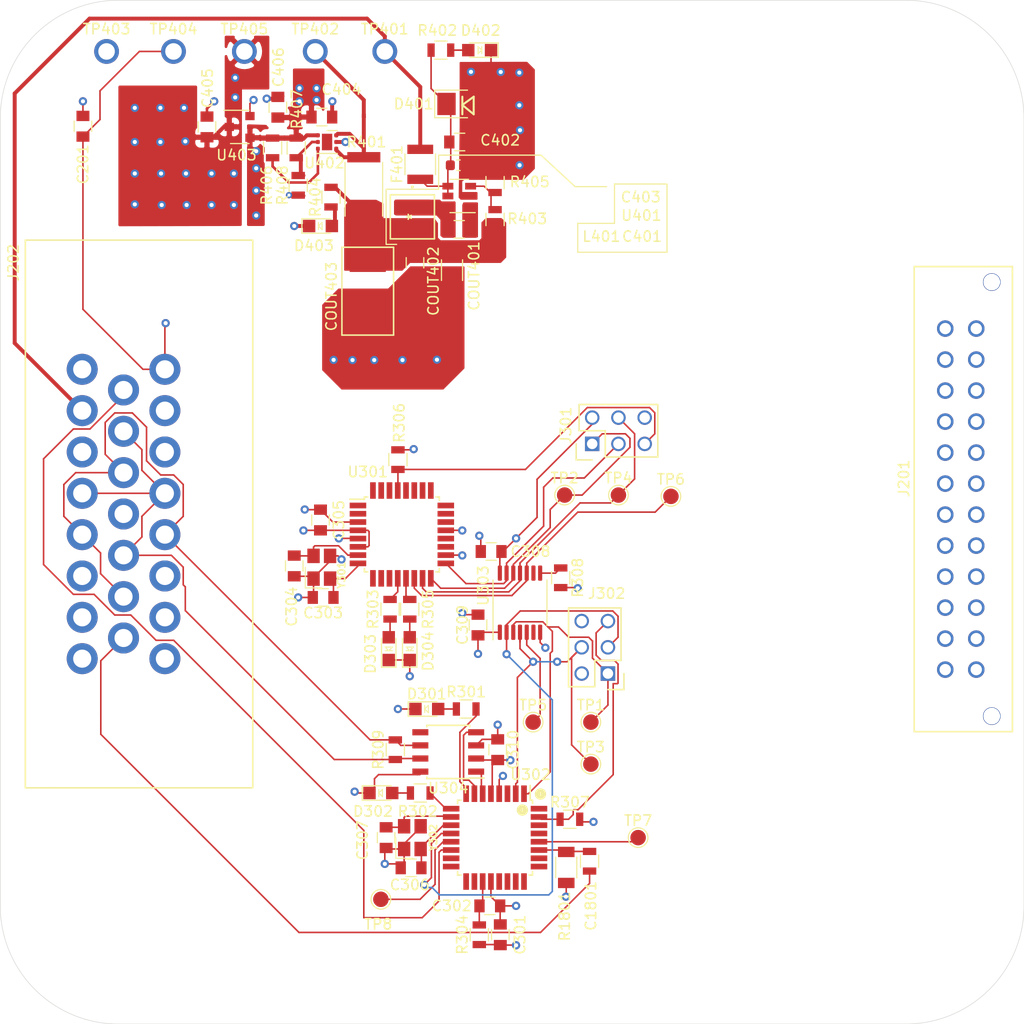
<source format=kicad_pcb>
(kicad_pcb (version 20171130) (host pcbnew 5.1.10-88a1d61d58~90~ubuntu20.04.1)
  (layers (0 F.Cu signal) (1 In1.Cu power hide) (2 In2.Cu power hide) (31 B.Cu signal) (34 B.Paste user) (35 F.Paste user) (36 B.SilkS user) (37 F.SilkS user) (38 B.Mask user) (39 F.Mask user) (44 Edge.Cuts user))
  (net 0 "")
  (net 1 5V)
  (net 2 GND)
  (net 3 "Net-(C302-Pad1)")
  (net 4 "Net-(C303-Pad1)")
  (net 5 "Net-(C304-Pad1)")
  (net 6 3.3V)
  (net 7 "Net-(C306-Pad1)")
  (net 8 "Net-(C307-Pad1)")
  (net 9 "Net-(C401-Pad2)")
  (net 10 "Net-(C401-Pad1)")
  (net 11 "Net-(C402-Pad2)")
  (net 12 LIN_POT_SENSE_FILTERED)
  (net 13 "Net-(COUT401-Pad2)")
  (net 14 "Net-(D301-Pad2)")
  (net 15 "Net-(D302-Pad2)")
  (net 16 "Net-(D303-Pad2)")
  (net 17 "Net-(D304-Pad2)")
  (net 18 "Net-(D402-Pad2)")
  (net 19 "Net-(D403-Pad2)")
  (net 20 FRONT_SENSE)
  (net 21 LEFT_SENSE)
  (net 22 12V)
  (net 23 STRAIN_6B_+)
  (net 24 STRAIN_5B_+)
  (net 25 STRAIN_4B_+)
  (net 26 STRAIN_3B_+)
  (net 27 STRAIN_2B_+)
  (net 28 STRAIN_1B_+)
  (net 29 STRAIN_6A_+)
  (net 30 STRAIN_5A_+)
  (net 31 STRAIN_4A_+)
  (net 32 STRAIN_3A_+)
  (net 33 STRAIN_2A_+)
  (net 34 STRAIN_1A_+)
  (net 35 HALL_EFFECT_SENSE)
  (net 36 CAN-)
  (net 37 CAN+)
  (net 38 LIN_POT_SENSE)
  (net 39 /micros/SM_RESET)
  (net 40 /micros/SM_MOSI)
  (net 41 /micros/SM_SCK)
  (net 42 /micros/SM_MISO)
  (net 43 /micros/PM_RESET)
  (net 44 /micros/PM_MOSI)
  (net 45 /micros/PM_SCK)
  (net 46 /micros/PM_MISO)
  (net 47 "Net-(R301-Pad2)")
  (net 48 "Net-(R302-Pad2)")
  (net 49 "Net-(R303-Pad2)")
  (net 50 "Net-(R305-Pad2)")
  (net 51 "Net-(R308-Pad1)")
  (net 52 7V)
  (net 53 "Net-(R403-Pad2)")
  (net 54 Vpg)
  (net 55 "Net-(R407-Pad2)")
  (net 56 SM_SCL)
  (net 57 SM_SDA)
  (net 58 "Net-(U301-Pad32)")
  (net 59 "Net-(U301-Pad31)")
  (net 60 "Net-(U301-Pad30)")
  (net 61 "Net-(U301-Pad26)")
  (net 62 "Net-(U301-Pad25)")
  (net 63 "Net-(U301-Pad24)")
  (net 64 "Net-(U301-Pad23)")
  (net 65 "Net-(U301-Pad22)")
  (net 66 "Net-(U301-Pad20)")
  (net 67 "Net-(U301-Pad19)")
  (net 68 /micros/SM_CS)
  (net 69 "Net-(U301-Pad11)")
  (net 70 "Net-(U301-Pad10)")
  (net 71 "Net-(U301-Pad9)")
  (net 72 "Net-(U301-Pad2)")
  (net 73 "Net-(U301-Pad1)")
  (net 74 "Net-(U302-Pad32)")
  (net 75 nSTRAIN_MUX2_EN)
  (net 76 STRAIN_S0)
  (net 77 STRAIN_MUX2_OUT)
  (net 78 /micros/MUX_SELECT_S2)
  (net 79 nSTRAIN_MUX1_EN)
  (net 80 STRAIN_S2)
  (net 81 /micros/MUX_SELECT_S1)
  (net 82 "Net-(U302-Pad21)")
  (net 83 /micros/MUX_SELECT_S0)
  (net 84 STRAIN_S1)
  (net 85 STRAIN_MUX1_OUT)
  (net 86 "Net-(U302-Pad15)")
  (net 87 /micros/CAN_RX)
  (net 88 /micros/CAN_TX)
  (net 89 "Net-(U302-Pad3)")
  (net 90 "Net-(U304-Pad5)")
  (net 91 "Net-(U303-Pad9)")
  (net 92 "Net-(U303-Pad6)")
  (net 93 /micros/PM_CS)
  (module Package_SO:TSSOP-14_4.4x5mm_P0.65mm (layer F.Cu) (at 228.092 121.793 90)
    (fp_text reference U303 (at 1.651 -3.556 90) (layer F.SilkS))
    (fp_text value TXB0104)
    (pad 14 smd roundrect (at 2.8625 -1.95 90) (size 1.475 0.4) (layers F.Cu F.Paste F.Mask) (net 6 3.3V))
    (pad 13 smd roundrect (at 2.8625 -1.3 90) (size 1.475 0.4) (layers F.Cu F.Paste F.Mask) (net 41 /micros/SM_SCK))
    (pad 12 smd roundrect (at 2.8625 -0.65 90) (size 1.475 0.4) (layers F.Cu F.Paste F.Mask) (net 42 /micros/SM_MISO))
    (pad 11 smd roundrect (at 2.8625 0 90) (size 1.475 0.4) (layers F.Cu F.Paste F.Mask) (net 40 /micros/SM_MOSI))
    (pad 10 smd roundrect (at 2.8625 0.65 90) (size 1.475 0.4) (layers F.Cu F.Paste F.Mask) (net 68 /micros/SM_CS))
    (pad 9 smd roundrect (at 2.8625 1.3 90) (size 1.475 0.4) (layers F.Cu F.Paste F.Mask) (net 91 "Net-(U303-Pad9)"))
    (pad 8 smd roundrect (at 2.8625 1.95 90) (size 1.475 0.4) (layers F.Cu F.Paste F.Mask) (net 51 "Net-(R308-Pad1)"))
    (pad 7 smd roundrect (at -2.8625 1.95 90) (size 1.475 0.4) (layers F.Cu F.Paste F.Mask) (net 2 GND))
    (pad 6 smd roundrect (at -2.8625 1.3 90) (size 1.475 0.4) (layers F.Cu F.Paste F.Mask) (net 92 "Net-(U303-Pad6)"))
    (pad 5 smd roundrect (at -2.8625 0.65 90) (size 1.475 0.4) (layers F.Cu F.Paste F.Mask) (net 93 /micros/PM_CS))
    (pad 4 smd roundrect (at -2.8625 0 90) (size 1.475 0.4) (layers F.Cu F.Paste F.Mask) (net 44 /micros/PM_MOSI))
    (pad 3 smd roundrect (at -2.8625 -0.65 90) (size 1.475 0.4) (layers F.Cu F.Paste F.Mask) (net 46 /micros/PM_MISO))
    (pad 2 smd roundrect (at -2.8625 -1.3 90) (size 1.475 0.4) (layers F.Cu F.Paste F.Mask) (net 45 /micros/PM_SCK))
    (pad 1 smd roundrect (at -2.8625 -1.95 90) (size 1.475 0.4) (layers F.Cu F.Paste F.Mask) (net 1 5V))
  )
  (module TestPoint:TestPoint_Pad_D1.5mm (layer F.Cu) (at 214.63 150.495)
    (fp_text reference TP8 (at -0.254 2.413) (layer F.SilkS))
    (fp_text value Test_Point_SMD)
    (pad 1 smd circle (at 0 0) (size 1.5 1.5) (layers F.Cu F.Mask) (net 21 LEFT_SENSE))
  )
  (module TestPoint:TestPoint_Pad_D1.5mm (layer F.Cu) (at 239.522 144.526)
    (fp_text reference TP7 (at 0 -1.648) (layer F.SilkS))
    (fp_text value Test_Point_SMD)
    (pad 1 smd circle (at 0 0) (size 1.5 1.5) (layers F.Cu F.Mask) (net 20 FRONT_SENSE))
  )
  (module TestPoint:TestPoint_Pad_D1.5mm (layer F.Cu) (at 232.41 111.379)
    (fp_text reference TP2 (at 0 -1.648) (layer F.SilkS))
    (fp_text value Test_Point_SMD)
    (pad 1 smd circle (at 0 0) (size 1.5 1.5) (layers F.Cu F.Mask) (net 42 /micros/SM_MISO))
  )
  (module TestPoint:TestPoint_Pad_D1.5mm (layer F.Cu) (at 242.697 111.506)
    (fp_text reference TP6 (at 0 -1.648) (layer F.SilkS))
    (fp_text value Test_Point_SMD)
    (pad 1 smd circle (at 0 0) (size 1.5 1.5) (layers F.Cu F.Mask) (net 68 /micros/SM_CS))
  )
  (module TestPoint:TestPoint_Pad_D1.5mm (layer F.Cu) (at 229.362 133.35)
    (fp_text reference TP5 (at 0 -1.648) (layer F.SilkS))
    (fp_text value Test_Point_SMD)
    (pad 1 smd circle (at 0 0) (size 1.5 1.5) (layers F.Cu F.Mask) (net 93 /micros/PM_CS))
  )
  (module TestPoint:TestPoint_Pad_D1.5mm (layer F.Cu) (at 237.617 111.379)
    (fp_text reference TP4 (at 0 -1.648) (layer F.SilkS))
    (fp_text value Test_Point_SMD)
    (pad 1 smd circle (at 0 0) (size 1.5 1.5) (layers F.Cu F.Mask) (net 40 /micros/SM_MOSI))
  )
  (module TestPoint:TestPoint_Pad_D1.5mm (layer F.Cu) (at 234.95 137.414)
    (fp_text reference TP3 (at 0 -1.648) (layer F.SilkS))
    (fp_text value Test_Point_SMD)
    (pad 1 smd circle (at 0 0) (size 1.5 1.5) (layers F.Cu F.Mask) (net 44 /micros/PM_MOSI))
  )
  (module TestPoint:TestPoint_Pad_D1.5mm (layer F.Cu) (at 234.95 133.35)
    (fp_text reference TP1 (at 0 -1.648) (layer F.SilkS))
    (fp_text value Test_Point_SMD)
    (pad 1 smd circle (at 0 0) (size 1.5 1.5) (layers F.Cu F.Mask) (net 46 /micros/PM_MISO))
  )
  (module footprints:Pin_Header_Straight_2x03 (layer F.Cu) (at 236.601 128.651 180)
    (fp_text reference J302 (at 0.127 7.747) (layer F.SilkS))
    (fp_text value CONN_02X03 hide)
    (pad 6 thru_hole circle (at 2.54 5.08 180) (size 1.4 1.4) (drill 1.016) (layers *.Cu *.Mask) (net 2 GND))
    (pad 5 thru_hole circle (at 0 5.08 180) (size 1.4 1.4) (drill 1.016) (layers *.Cu *.Mask) (net 43 /micros/PM_RESET))
    (pad 4 thru_hole circle (at 2.54 2.54 180) (size 1.4 1.4) (drill 1.016) (layers *.Cu *.Mask) (net 44 /micros/PM_MOSI))
    (pad 3 thru_hole circle (at 0 2.54 180) (size 1.4 1.4) (drill 1.016) (layers *.Cu *.Mask) (net 45 /micros/PM_SCK))
    (pad 2 thru_hole circle (at 2.54 0 180) (size 1.4 1.4) (drill 1.016) (layers *.Cu *.Mask) (net 1 5V))
    (pad 1 thru_hole rect (at 0 0 180) (size 1.4 1.4) (drill 1.016) (layers *.Cu *.Mask) (net 46 /micros/PM_MISO))
  )
  (module footprints:SOT-23-6_OEM (layer F.Cu) (at 222.213 82.44 180)
    (fp_text reference U401 (at -17.6265 -1.888) (layer F.SilkS))
    (fp_text value TPS560430YF hide)
    (pad 5 smd rect (at 1.1 0 180) (size 1.06 0.65) (layers F.Cu F.Paste F.Mask) (net 11 "Net-(C402-Pad2)"))
    (pad 6 smd rect (at 1.1 -0.95 180) (size 1.06 0.65) (layers F.Cu F.Paste F.Mask) (net 10 "Net-(C401-Pad1)"))
    (pad 4 smd rect (at 1.1 0.95 180) (size 1.06 0.65) (layers F.Cu F.Paste F.Mask) (net 11 "Net-(C402-Pad2)"))
    (pad 3 smd rect (at -1.1 0.95 180) (size 1.06 0.65) (layers F.Cu F.Paste F.Mask) (net 53 "Net-(R403-Pad2)"))
    (pad 2 smd rect (at -1.1 0 180) (size 1.06 0.65) (layers F.Cu F.Paste F.Mask) (net 2 GND))
    (pad 1 smd rect (at -1.1 -0.95 180) (size 1.06 0.65) (layers F.Cu F.Paste F.Mask) (net 9 "Net-(C401-Pad2)"))
  )
  (module footprints:DO-214AA (layer F.Cu) (at 223.012 73.533)
    (fp_text reference D401 (at -5.207 0) (layer F.SilkS))
    (fp_text value D_Zener_18V hide)
    (pad 1 smd rect (at -2.032 0 180) (size 1.778 2.159) (layers F.Cu F.Paste F.Mask) (net 11 "Net-(C402-Pad2)"))
    (pad 2 smd rect (at 2.032 0 180) (size 1.778 2.159) (layers F.Cu F.Paste F.Mask) (net 2 GND))
  )
  (module footprints:Fuse_1812 (layer F.Cu) (at 213.36 88.9 270)
    (fp_text reference COUT403 (at 3.2639 3.5179 90) (layer F.SilkS))
    (fp_text value C_33uF hide)
    (pad 1 smd rect (at 0 0 270) (size 1.78 3.5) (layers F.Cu F.Paste F.Mask) (net 13 "Net-(COUT401-Pad2)"))
    (pad 2 smd rect (at 5.28 0 270) (size 1.78 3.5) (layers F.Cu F.Paste F.Mask) (net 2 GND))
  )
  (module footprints:C_0805_OEM (layer F.Cu) (at 217.932 88.9 270)
    (fp_text reference COUT402 (at 1.778 -1.778 90) (layer F.SilkS))
    (fp_text value C_47uF hide)
    (pad 2 smd rect (at 1 0 270) (size 1 1.25) (layers F.Cu F.Paste F.Mask) (net 2 GND))
    (pad 1 smd rect (at -1 0 270) (size 1 1.25) (layers F.Cu F.Paste F.Mask) (net 13 "Net-(COUT401-Pad2)"))
  )
  (module footprints:Fuse_1210 (layer F.Cu) (at 218.44 79.375 90)
    (fp_text reference F401 (at 0 -2.25 90) (layer F.SilkS))
    (fp_text value F_500mA_16V hide)
    (pad 2 smd rect (at 1.45 0 90) (size 0.9 2.5) (layers F.Cu F.Paste F.Mask) (net 22 12V))
    (pad 1 smd rect (at -1.45 0 90) (size 0.9 2.5) (layers F.Cu F.Paste F.Mask) (net 11 "Net-(C402-Pad2)"))
  )
  (module footprints:L_8.1uH (layer F.Cu) (at 217.678 84.455 270)
    (fp_text reference L401 (at 1.905 -18.288) (layer F.SilkS))
    (fp_text value L_8.1uH hide)
    (fp_text user * (at 0 0 90) (layer F.SilkS))
    (pad 1 smd rect (at -1.1684 0 270) (size 0.98 3.4) (layers F.Cu F.Paste F.Mask) (net 10 "Net-(C401-Pad1)"))
    (pad 2 smd rect (at 1.2016 0 270) (size 0.98 3.4) (layers F.Cu F.Paste F.Mask) (net 13 "Net-(COUT401-Pad2)"))
  )
  (module footprints:C_1206_OEM (layer F.Cu) (at 221.513 89.615 90)
    (fp_text reference COUT401 (at -0.555 2.134 90) (layer F.SilkS))
    (fp_text value C_22uF hide)
    (pad 2 smd rect (at 1.5 0 90) (size 1 1.6) (layers F.Cu F.Paste F.Mask) (net 13 "Net-(COUT401-Pad2)"))
    (pad 1 smd rect (at -1.5 0 90) (size 1 1.6) (layers F.Cu F.Paste F.Mask) (net 2 GND))
  )
  (module footprints:LED_0805_OEM (layer F.Cu) (at 224.188 68.326 180)
    (fp_text reference D402 (at -0.094 1.905) (layer F.SilkS))
    (fp_text value LED_0805 hide)
    (pad 1 smd rect (at -1.1 0) (size 1.2 1.2) (layers F.Cu F.Paste F.Mask) (net 2 GND))
    (pad 2 smd rect (at 1.1 0) (size 1.2 1.2) (layers F.Cu F.Paste F.Mask) (net 18 "Net-(D402-Pad2)"))
  )
  (module footprints:R_0805_OEM (layer F.Cu) (at 225.679 84.709 90)
    (fp_text reference R403 (at 0.0635 3.1115) (layer F.SilkS))
    (fp_text value R_90k hide)
    (pad 2 smd rect (at 0.95 0 90) (size 0.7 1.3) (layers F.Cu F.Paste F.Mask) (net 53 "Net-(R403-Pad2)"))
    (pad 1 smd rect (at -0.95 0 90) (size 0.7 1.3) (layers F.Cu F.Paste F.Mask) (net 13 "Net-(COUT401-Pad2)"))
  )
  (module footprints:R_0805_OEM (layer F.Cu) (at 225.679 81.153 90)
    (fp_text reference R405 (at 0.075 3.35) (layer F.SilkS))
    (fp_text value R_15k hide)
    (pad 2 smd rect (at 0.95 0 90) (size 0.7 1.3) (layers F.Cu F.Paste F.Mask) (net 2 GND))
    (pad 1 smd rect (at -0.95 0 90) (size 0.7 1.3) (layers F.Cu F.Paste F.Mask) (net 53 "Net-(R403-Pad2)"))
  )
  (module footprints:R_0805_OEM (layer F.Cu) (at 209.804 82.55 270)
    (fp_text reference R404 (at 0 1.524 270) (layer F.SilkS))
    (fp_text value R_200 hide)
    (pad 2 smd rect (at 0.95 0 270) (size 0.7 1.3) (layers F.Cu F.Paste F.Mask) (net 19 "Net-(D403-Pad2)"))
    (pad 1 smd rect (at -0.95 0 270) (size 0.7 1.3) (layers F.Cu F.Paste F.Mask) (net 13 "Net-(COUT401-Pad2)"))
  )
  (module footprints:R_0805_OEM (layer F.Cu) (at 220.438 68.326)
    (fp_text reference R402 (at -0.347 -1.905) (layer F.SilkS))
    (fp_text value R_1K hide)
    (pad 2 smd rect (at 0.95 0) (size 0.7 1.3) (layers F.Cu F.Paste F.Mask) (net 18 "Net-(D402-Pad2)"))
    (pad 1 smd rect (at -0.95 0) (size 0.7 1.3) (layers F.Cu F.Paste F.Mask) (net 11 "Net-(C402-Pad2)"))
  )
  (module footprints:LED_0805_OEM (layer F.Cu) (at 208.788 85.344)
    (fp_text reference D403 (at -0.635 1.905) (layer F.SilkS))
    (fp_text value LED_0805 hide)
    (pad 1 smd rect (at -1.1 0 180) (size 1.2 1.2) (layers F.Cu F.Paste F.Mask) (net 2 GND))
    (pad 2 smd rect (at 1.1 0 180) (size 1.2 1.2) (layers F.Cu F.Paste F.Mask) (net 19 "Net-(D403-Pad2)"))
  )
  (module footprints:C_0603_1608Metric (layer F.Cu) (at 222.138 79.465)
    (fp_text reference C403 (at 17.638 3.085) (layer F.SilkS))
    (fp_text value C_2.2uF)
    (pad 2 smd roundrect (at 0.7875 0) (size 0.875 0.95) (layers F.Cu F.Paste F.Mask) (net 2 GND))
    (pad 1 smd roundrect (at -0.7875 0) (size 0.875 0.95) (layers F.Cu F.Paste F.Mask) (net 11 "Net-(C402-Pad2)"))
  )
  (module footprints:C_0805_OEM (layer F.Cu) (at 222.25 77.216 180)
    (fp_text reference C402 (at -3.926 0.172) (layer F.SilkS))
    (fp_text value C_0.1uF hide)
    (pad 2 smd rect (at 1 0 180) (size 1 1.25) (layers F.Cu F.Paste F.Mask) (net 11 "Net-(C402-Pad2)"))
    (pad 1 smd rect (at -1 0 180) (size 1 1.25) (layers F.Cu F.Paste F.Mask) (net 2 GND))
  )
  (module footprints:C_0805_OEM (layer F.Cu) (at 222.213 85.665)
    (fp_text reference C401 (at 17.69 0.695) (layer F.SilkS))
    (fp_text value C_0.1uF hide)
    (pad 2 smd rect (at 1 0) (size 1 1.25) (layers F.Cu F.Paste F.Mask) (net 9 "Net-(C401-Pad2)"))
    (pad 1 smd rect (at -1 0) (size 1 1.25) (layers F.Cu F.Paste F.Mask) (net 10 "Net-(C401-Pad1)"))
  )
  (module footprints:R_2512_OEM (layer F.Cu) (at 212.979 81.788 270)
    (fp_text reference R401 (at -4.572 -0.254 180) (layer F.SilkS))
    (fp_text value R_0_2512 hide)
    (pad 2 smd rect (at 3.1 0 270) (size 1 3.2) (layers F.Cu F.Paste F.Mask) (net 13 "Net-(COUT401-Pad2)"))
    (pad 1 smd rect (at -3.1 0 270) (size 1 3.2) (layers F.Cu F.Paste F.Mask) (net 52 7V))
  )
  (module footprints:Crystal_SMD_FA238 (layer F.Cu) (at 217.678 144.526 90)
    (fp_text reference Y302 (at 0 2.032 90) (layer F.SilkS) (effects (font (size 0.7 0.7))))
    (fp_text value Crystal_SMD hide)
    (pad 4 smd rect (at -1.1 -0.8 90) (size 1.4 1.2) (layers F.Cu F.Mask) (net 2 GND))
    (pad 3 smd rect (at 1.1 -0.8 90) (size 1.4 1.2) (layers F.Cu F.Mask) (net 8 "Net-(C307-Pad1)"))
    (pad 2 smd rect (at 1.1 0.8 90) (size 1.4 1.2) (layers F.Cu F.Mask) (net 2 GND))
    (pad 1 smd rect (at -1.1 0.8 90) (size 1.4 1.2) (layers F.Cu F.Mask) (net 7 "Net-(C306-Pad1)"))
  )
  (module footprints:Crystal_SMD_FA238 (layer F.Cu) (at 208.915 118.364 90)
    (fp_text reference Y301 (at -0.762 1.905 90) (layer F.SilkS) (effects (font (size 0.7 0.7))))
    (fp_text value Crystal_SMD hide)
    (pad 4 smd rect (at -1.1 -0.8 90) (size 1.4 1.2) (layers F.Cu F.Mask) (net 2 GND))
    (pad 3 smd rect (at 1.1 -0.8 90) (size 1.4 1.2) (layers F.Cu F.Mask) (net 5 "Net-(C304-Pad1)"))
    (pad 2 smd rect (at 1.1 0.8 90) (size 1.4 1.2) (layers F.Cu F.Mask) (net 2 GND))
    (pad 1 smd rect (at -1.1 0.8 90) (size 1.4 1.2) (layers F.Cu F.Mask) (net 4 "Net-(C303-Pad1)"))
  )
  (module footprints:SOT-23-3_OEM (layer F.Cu) (at 199.9615 75.7555)
    (fp_text reference U403 (at 0.6985 2.7305) (layer F.SilkS))
    (fp_text value LM3480 hide)
    (pad 1 smd rect (at 0 0) (size 0.9 0.8) (layers F.Cu F.Paste F.Mask) (net 6 3.3V))
    (pad 2 smd rect (at 2 1.05) (size 0.9 0.8) (layers F.Cu F.Paste F.Mask) (net 1 5V))
    (pad 3 smd rect (at 2 -1.05) (size 0.9 0.8) (layers F.Cu F.Paste F.Mask) (net 2 GND))
  )
  (module footprints:TPS7A26 (layer F.Cu) (at 209.423 79.756)
    (fp_text reference U402 (at -0.254 -0.508 180) (layer F.SilkS))
    (fp_text value TPS7A26)
    (pad 6 smd roundrect (at 0.8875 -3.19) (size 0.375 0.4) (layers F.Cu F.Paste F.Mask) (net 52 7V))
    (pad 3 smd roundrect (at -0.8875 -1.89) (size 0.375 0.4) (layers F.Cu F.Paste F.Mask) (net 54 Vpg))
    (pad 1 smd roundrect (at -0.8875 -3.19) (size 0.375 0.4) (layers F.Cu F.Paste F.Mask) (net 1 5V))
    (pad 4 smd roundrect (at 0.8875 -1.89) (size 0.375 0.4) (layers F.Cu F.Paste F.Mask) (net 52 7V))
    (pad 2 smd roundrect (at -0.8875 -2.54) (size 0.375 0.4) (layers F.Cu F.Paste F.Mask) (net 55 "Net-(R407-Pad2)"))
    (pad 5 smd roundrect (at 0.8875 -2.54) (size 0.375 0.4) (layers F.Cu F.Paste F.Mask) (net 2 GND))
    (pad 7 smd rect (at 0 -2.54) (size 1 1.6) (layers F.Cu F.Mask))
  )
  (module footprints:SOIC-8_3.9x4.9mm_Pitch1.27mm_OEM (layer F.Cu) (at 221.148 136.236 180)
    (fp_text reference U304 (at 0 -3.5) (layer F.SilkS))
    (fp_text value MCP2561-E_SN hide)
    (pad 8 smd rect (at 2.7 -1.905 180) (size 1.55 0.6) (layers F.Cu F.Paste F.Mask) (net 2 GND))
    (pad 7 smd rect (at 2.7 -0.635 180) (size 1.55 0.6) (layers F.Cu F.Paste F.Mask) (net 37 CAN+))
    (pad 6 smd rect (at 2.7 0.635 180) (size 1.55 0.6) (layers F.Cu F.Paste F.Mask) (net 36 CAN-))
    (pad 5 smd rect (at 2.7 1.905 180) (size 1.55 0.6) (layers F.Cu F.Paste F.Mask) (net 90 "Net-(U304-Pad5)"))
    (pad 4 smd rect (at -2.7 1.905 180) (size 1.55 0.6) (layers F.Cu F.Paste F.Mask) (net 87 /micros/CAN_RX))
    (pad 3 smd rect (at -2.7 0.635 180) (size 1.55 0.6) (layers F.Cu F.Paste F.Mask) (net 1 5V))
    (pad 2 smd rect (at -2.7 -0.635 180) (size 1.55 0.6) (layers F.Cu F.Paste F.Mask) (net 2 GND))
    (pad 1 smd rect (at -2.7 -1.905 180) (size 1.55 0.6) (layers F.Cu F.Paste F.Mask) (net 88 /micros/CAN_TX))
  )
  (module footprints:TQFP-32_7x7mm_Pitch0.8mm (layer F.Cu) (at 225.679 144.526 270)
    (fp_text reference U302 (at -6.096 -3.429 180) (layer F.SilkS))
    (fp_text value ATMEGA16M1 hide)
    (pad 32 smd rect (at -2.8 -4.25) (size 1.6 0.55) (layers F.Cu F.Paste F.Mask) (net 74 "Net-(U302-Pad32)"))
    (pad 31 smd rect (at -2 -4.25) (size 1.6 0.55) (layers F.Cu F.Paste F.Mask) (net 43 /micros/PM_RESET))
    (pad 30 smd rect (at -1.2 -4.25) (size 1.6 0.55) (layers F.Cu F.Paste F.Mask) (net 75 nSTRAIN_MUX2_EN))
    (pad 29 smd rect (at -0.4 -4.25) (size 1.6 0.55) (layers F.Cu F.Paste F.Mask) (net 76 STRAIN_S0))
    (pad 28 smd rect (at 0.4 -4.25) (size 1.6 0.55) (layers F.Cu F.Paste F.Mask) (net 20 FRONT_SENSE))
    (pad 27 smd rect (at 1.2 -4.25) (size 1.6 0.55) (layers F.Cu F.Paste F.Mask) (net 12 LIN_POT_SENSE_FILTERED))
    (pad 26 smd rect (at 2 -4.25) (size 1.6 0.55) (layers F.Cu F.Paste F.Mask) (net 77 STRAIN_MUX2_OUT))
    (pad 25 smd rect (at 2.8 -4.25) (size 1.6 0.55) (layers F.Cu F.Paste F.Mask) (net 78 /micros/MUX_SELECT_S2))
    (pad 24 smd rect (at 4.25 -2.8 270) (size 1.6 0.55) (layers F.Cu F.Paste F.Mask) (net 79 nSTRAIN_MUX1_EN))
    (pad 23 smd rect (at 4.25 -2 270) (size 1.6 0.55) (layers F.Cu F.Paste F.Mask) (net 80 STRAIN_S2))
    (pad 22 smd rect (at 4.25 -1.2 270) (size 1.6 0.55) (layers F.Cu F.Paste F.Mask) (net 81 /micros/MUX_SELECT_S1))
    (pad 21 smd rect (at 4.25 -0.4 270) (size 1.6 0.55) (layers F.Cu F.Paste F.Mask) (net 82 "Net-(U302-Pad21)"))
    (pad 20 smd rect (at 4.25 0.4 270) (size 1.6 0.55) (layers F.Cu F.Paste F.Mask) (net 2 GND))
    (pad 19 smd rect (at 4.25 1.2 270) (size 1.6 0.55) (layers F.Cu F.Paste F.Mask) (net 3 "Net-(C302-Pad1)"))
    (pad 18 smd rect (at 4.25 2 270) (size 1.6 0.55) (layers F.Cu F.Paste F.Mask) (net 83 /micros/MUX_SELECT_S0))
    (pad 17 smd rect (at 4.25 2.8 270) (size 1.6 0.55) (layers F.Cu F.Paste F.Mask) (net 84 STRAIN_S1))
    (pad 16 smd rect (at 2.8 4.25) (size 1.6 0.55) (layers F.Cu F.Paste F.Mask) (net 85 STRAIN_MUX1_OUT))
    (pad 15 smd rect (at 2 4.25) (size 1.6 0.55) (layers F.Cu F.Paste F.Mask) (net 86 "Net-(U302-Pad15)"))
    (pad 14 smd rect (at 1.2 4.25) (size 1.6 0.55) (layers F.Cu F.Paste F.Mask) (net 35 HALL_EFFECT_SENSE))
    (pad 13 smd rect (at 0.4 4.25) (size 1.6 0.55) (layers F.Cu F.Paste F.Mask) (net 21 LEFT_SENSE))
    (pad 12 smd rect (at -0.4 4.25) (size 1.6 0.55) (layers F.Cu F.Paste F.Mask) (net 45 /micros/PM_SCK))
    (pad 11 smd rect (at -1.2 4.25) (size 1.6 0.55) (layers F.Cu F.Paste F.Mask) (net 7 "Net-(C306-Pad1)"))
    (pad 10 smd rect (at -2 4.25) (size 1.6 0.55) (layers F.Cu F.Paste F.Mask) (net 8 "Net-(C307-Pad1)"))
    (pad 9 smd rect (at -2.8 4.25) (size 1.6 0.55) (layers F.Cu F.Paste F.Mask) (net 48 "Net-(R302-Pad2)"))
    (pad 8 smd rect (at -4.25 2.8 270) (size 1.6 0.55) (layers F.Cu F.Paste F.Mask) (net 47 "Net-(R301-Pad2)"))
    (pad 7 smd rect (at -4.25 2 270) (size 1.6 0.55) (layers F.Cu F.Paste F.Mask) (net 87 /micros/CAN_RX))
    (pad 6 smd rect (at -4.25 1.2 270) (size 1.6 0.55) (layers F.Cu F.Paste F.Mask) (net 88 /micros/CAN_TX))
    (pad 5 smd rect (at -4.25 0.4 270) (size 1.6 0.55) (layers F.Cu F.Paste F.Mask) (net 2 GND))
    (pad 4 smd rect (at -4.25 -0.4 270) (size 1.6 0.55) (layers F.Cu F.Paste F.Mask) (net 1 5V))
    (pad 3 smd rect (at -4.25 -1.2 270) (size 1.6 0.55) (layers F.Cu F.Paste F.Mask) (net 89 "Net-(U302-Pad3)"))
    (pad 2 smd rect (at -4.25 -2 270) (size 1.6 0.55) (layers F.Cu F.Paste F.Mask) (net 44 /micros/PM_MOSI))
    (pad 1 smd rect (at -4.25 -2.8 270) (size 1.6 0.55) (layers F.Cu F.Paste F.Mask) (net 46 /micros/PM_MISO))
  )
  (module Package_QFP:TQFP-32_7x7mm_P0.8mm (layer F.Cu) (at 216.662 115.189)
    (fp_text reference U301 (at -3.302 -6.05) (layer F.SilkS))
    (fp_text value ATmega328P-AU)
    (pad 32 smd rect (at -2.8 -4.25 90) (size 1.6 0.55) (layers F.Cu F.Paste F.Mask) (net 58 "Net-(U301-Pad32)"))
    (pad 31 smd rect (at -2 -4.25 90) (size 1.6 0.55) (layers F.Cu F.Paste F.Mask) (net 59 "Net-(U301-Pad31)"))
    (pad 30 smd rect (at -1.2 -4.25 90) (size 1.6 0.55) (layers F.Cu F.Paste F.Mask) (net 60 "Net-(U301-Pad30)"))
    (pad 29 smd rect (at -0.4 -4.25 90) (size 1.6 0.55) (layers F.Cu F.Paste F.Mask) (net 39 /micros/SM_RESET))
    (pad 28 smd rect (at 0.4 -4.25 90) (size 1.6 0.55) (layers F.Cu F.Paste F.Mask) (net 56 SM_SCL))
    (pad 27 smd rect (at 1.2 -4.25 90) (size 1.6 0.55) (layers F.Cu F.Paste F.Mask) (net 57 SM_SDA))
    (pad 26 smd rect (at 2 -4.25 90) (size 1.6 0.55) (layers F.Cu F.Paste F.Mask) (net 61 "Net-(U301-Pad26)"))
    (pad 25 smd rect (at 2.8 -4.25 90) (size 1.6 0.55) (layers F.Cu F.Paste F.Mask) (net 62 "Net-(U301-Pad25)"))
    (pad 24 smd rect (at 4.25 -2.8) (size 1.6 0.55) (layers F.Cu F.Paste F.Mask) (net 63 "Net-(U301-Pad24)"))
    (pad 23 smd rect (at 4.25 -2) (size 1.6 0.55) (layers F.Cu F.Paste F.Mask) (net 64 "Net-(U301-Pad23)"))
    (pad 22 smd rect (at 4.25 -1.2) (size 1.6 0.55) (layers F.Cu F.Paste F.Mask) (net 65 "Net-(U301-Pad22)"))
    (pad 21 smd rect (at 4.25 -0.4) (size 1.6 0.55) (layers F.Cu F.Paste F.Mask) (net 2 GND))
    (pad 20 smd rect (at 4.25 0.4) (size 1.6 0.55) (layers F.Cu F.Paste F.Mask) (net 66 "Net-(U301-Pad20)"))
    (pad 19 smd rect (at 4.25 1.2) (size 1.6 0.55) (layers F.Cu F.Paste F.Mask) (net 67 "Net-(U301-Pad19)"))
    (pad 18 smd rect (at 4.25 2) (size 1.6 0.55) (layers F.Cu F.Paste F.Mask) (net 6 3.3V))
    (pad 17 smd rect (at 4.25 2.8) (size 1.6 0.55) (layers F.Cu F.Paste F.Mask) (net 41 /micros/SM_SCK))
    (pad 16 smd rect (at 2.8 4.25 90) (size 1.6 0.55) (layers F.Cu F.Paste F.Mask) (net 42 /micros/SM_MISO))
    (pad 15 smd rect (at 2 4.25 90) (size 1.6 0.55) (layers F.Cu F.Paste F.Mask) (net 40 /micros/SM_MOSI))
    (pad 14 smd rect (at 1.2 4.25 90) (size 1.6 0.55) (layers F.Cu F.Paste F.Mask) (net 68 /micros/SM_CS))
    (pad 13 smd rect (at 0.4 4.25 90) (size 1.6 0.55) (layers F.Cu F.Paste F.Mask) (net 50 "Net-(R305-Pad2)"))
    (pad 12 smd rect (at -0.4 4.25 90) (size 1.6 0.55) (layers F.Cu F.Paste F.Mask) (net 49 "Net-(R303-Pad2)"))
    (pad 11 smd rect (at -1.2 4.25 90) (size 1.6 0.55) (layers F.Cu F.Paste F.Mask) (net 69 "Net-(U301-Pad11)"))
    (pad 10 smd rect (at -2 4.25 90) (size 1.6 0.55) (layers F.Cu F.Paste F.Mask) (net 70 "Net-(U301-Pad10)"))
    (pad 9 smd rect (at -2.8 4.25 90) (size 1.6 0.55) (layers F.Cu F.Paste F.Mask) (net 71 "Net-(U301-Pad9)"))
    (pad 8 smd rect (at -4.25 2.8) (size 1.6 0.55) (layers F.Cu F.Paste F.Mask) (net 4 "Net-(C303-Pad1)"))
    (pad 7 smd rect (at -4.25 2) (size 1.6 0.55) (layers F.Cu F.Paste F.Mask) (net 5 "Net-(C304-Pad1)"))
    (pad 6 smd rect (at -4.25 1.2) (size 1.6 0.55) (layers F.Cu F.Paste F.Mask) (net 6 3.3V))
    (pad 5 smd rect (at -4.25 0.4) (size 1.6 0.55) (layers F.Cu F.Paste F.Mask) (net 2 GND))
    (pad 4 smd rect (at -4.25 -0.4) (size 1.6 0.55) (layers F.Cu F.Paste F.Mask) (net 6 3.3V))
    (pad 3 smd rect (at -4.25 -1.2) (size 1.6 0.55) (layers F.Cu F.Paste F.Mask) (net 2 GND))
    (pad 2 smd rect (at -4.25 -2) (size 1.6 0.55) (layers F.Cu F.Paste F.Mask) (net 72 "Net-(U301-Pad2)"))
    (pad 1 smd rect (at -4.25 -2.8) (size 1.6 0.55) (layers F.Cu F.Paste F.Mask) (net 73 "Net-(U301-Pad1)"))
  )
  (module footprints:tp_1.6mm (layer F.Cu) (at 201.422 68.453)
    (fp_text reference TP405 (at 0 -2.159) (layer F.SilkS))
    (fp_text value TP)
    (pad 1 thru_hole circle (at 0 0) (size 2.4 2.4) (drill 1.6) (layers *.Cu *.Mask) (net 6 3.3V))
  )
  (module footprints:tp_1.6mm (layer F.Cu) (at 194.564 68.453)
    (fp_text reference TP404 (at 0 -2.159) (layer F.SilkS))
    (fp_text value TP)
    (pad 1 thru_hole circle (at 0 0) (size 2.4 2.4) (drill 1.6) (layers *.Cu *.Mask) (net 1 5V))
  )
  (module footprints:tp_1.6mm (layer F.Cu) (at 188.087 68.453)
    (fp_text reference TP403 (at 0 -2.159) (layer F.SilkS))
    (fp_text value TP)
    (pad 1 thru_hole circle (at 0 0) (size 2.4 2.4) (drill 1.6) (layers *.Cu *.Mask) (net 2 GND))
  )
  (module footprints:tp_1.6mm (layer F.Cu) (at 208.28 68.453)
    (fp_text reference TP402 (at 0 -2.159) (layer F.SilkS))
    (fp_text value TP)
    (pad 1 thru_hole circle (at 0 0) (size 2.4 2.4) (drill 1.6) (layers *.Cu *.Mask) (net 52 7V))
  )
  (module footprints:tp_1.6mm (layer F.Cu) (at 215.011 68.453)
    (fp_text reference TP401 (at 0 -2.159) (layer F.SilkS))
    (fp_text value TP)
    (pad 1 thru_hole circle (at 0 0) (size 2.4 2.4) (drill 1.6) (layers *.Cu *.Mask) (net 22 12V))
  )
  (module footprints:R_0805_OEM (layer F.Cu) (at 234.823 146.812 90)
    (fp_text reference R1801 (at -5.334 -2.413 90) (layer F.SilkS))
    (fp_text value R_1K_0.1 hide)
    (pad 2 smd rect (at 0.95 0 90) (size 0.7 1.3) (layers F.Cu F.Paste F.Mask) (net 12 LIN_POT_SENSE_FILTERED))
    (pad 1 smd rect (at -0.95 0 90) (size 0.7 1.3) (layers F.Cu F.Paste F.Mask) (net 38 LIN_POT_SENSE))
  )
  (module footprints:R_0805_OEM (layer F.Cu) (at 206.629 81.407 270)
    (fp_text reference R408 (at 0 1.524 90) (layer F.SilkS))
    (fp_text value R_100K hide)
    (pad 2 smd rect (at 0.95 0 270) (size 0.7 1.3) (layers F.Cu F.Paste F.Mask) (net 2 GND))
    (pad 1 smd rect (at -0.95 0 270) (size 0.7 1.3) (layers F.Cu F.Paste F.Mask) (net 55 "Net-(R407-Pad2)"))
  )
  (module footprints:R_0805_OEM (layer F.Cu) (at 206.4385 77.7875 270)
    (fp_text reference R407 (at -3.7465 -0.0635 90) (layer F.SilkS))
    (fp_text value R_300K hide)
    (pad 2 smd rect (at 0.95 0 270) (size 0.7 1.3) (layers F.Cu F.Paste F.Mask) (net 55 "Net-(R407-Pad2)"))
    (pad 1 smd rect (at -0.95 0 270) (size 0.7 1.3) (layers F.Cu F.Paste F.Mask) (net 1 5V))
  )
  (module footprints:R_0805_OEM (layer F.Cu) (at 204.1525 77.7875 90)
    (fp_text reference R406 (at -3.6195 -0.5715 90) (layer F.SilkS))
    (fp_text value R_10K hide)
    (pad 2 smd rect (at 0.95 0 90) (size 0.7 1.3) (layers F.Cu F.Paste F.Mask) (net 1 5V))
    (pad 1 smd rect (at -0.95 0 90) (size 0.7 1.3) (layers F.Cu F.Paste F.Mask) (net 54 Vpg))
  )
  (module footprints:R_0805_OEM (layer F.Cu) (at 216.027 136.017 90)
    (fp_text reference R309 (at 0 -1.65 90) (layer F.SilkS))
    (fp_text value R_120_DNP hide)
    (pad 2 smd rect (at 0.95 0 90) (size 0.7 1.3) (layers F.Cu F.Paste F.Mask) (net 36 CAN-))
    (pad 1 smd rect (at -0.95 0 90) (size 0.7 1.3) (layers F.Cu F.Paste F.Mask) (net 37 CAN+))
  )
  (module footprints:R_0805_OEM (layer F.Cu) (at 232.029 119.38 270)
    (fp_text reference R308 (at 0 -1.65 90) (layer F.SilkS))
    (fp_text value R_10K hide)
    (pad 2 smd rect (at 0.95 0 270) (size 0.7 1.3) (layers F.Cu F.Paste F.Mask) (net 1 5V))
    (pad 1 smd rect (at -0.95 0 270) (size 0.7 1.3) (layers F.Cu F.Paste F.Mask) (net 51 "Net-(R308-Pad1)"))
  )
  (module footprints:R_0805_OEM (layer F.Cu) (at 232.918 142.748)
    (fp_text reference R307 (at 0 -1.65) (layer F.SilkS))
    (fp_text value R_10K hide)
    (pad 2 smd rect (at 0.95 0) (size 0.7 1.3) (layers F.Cu F.Paste F.Mask) (net 1 5V))
    (pad 1 smd rect (at -0.95 0) (size 0.7 1.3) (layers F.Cu F.Paste F.Mask) (net 43 /micros/PM_RESET))
  )
  (module footprints:R_0805_OEM (layer F.Cu) (at 216.281 107.95 270)
    (fp_text reference R306 (at -3.556 -0.127 90) (layer F.SilkS))
    (fp_text value R_10K hide)
    (pad 2 smd rect (at 0.95 0 270) (size 0.7 1.3) (layers F.Cu F.Paste F.Mask) (net 39 /micros/SM_RESET))
    (pad 1 smd rect (at -0.95 0 270) (size 0.7 1.3) (layers F.Cu F.Paste F.Mask) (net 6 3.3V))
  )
  (module footprints:R_0805_OEM (layer F.Cu) (at 217.424 122.428 90)
    (fp_text reference R305 (at 0 1.778 90) (layer F.SilkS))
    (fp_text value R_200 hide)
    (pad 2 smd rect (at 0.95 0 90) (size 0.7 1.3) (layers F.Cu F.Paste F.Mask) (net 50 "Net-(R305-Pad2)"))
    (pad 1 smd rect (at -0.95 0 90) (size 0.7 1.3) (layers F.Cu F.Paste F.Mask) (net 17 "Net-(D304-Pad2)"))
  )
  (module footprints:R_0805_OEM (layer F.Cu) (at 224.155 153.924 90)
    (fp_text reference R304 (at 0 -1.65 90) (layer F.SilkS))
    (fp_text value R_100 hide)
    (pad 2 smd rect (at 0.95 0 90) (size 0.7 1.3) (layers F.Cu F.Paste F.Mask) (net 3 "Net-(C302-Pad1)"))
    (pad 1 smd rect (at -0.95 0 90) (size 0.7 1.3) (layers F.Cu F.Paste F.Mask) (net 1 5V))
  )
  (module footprints:R_0805_OEM (layer F.Cu) (at 215.519 122.428 90)
    (fp_text reference R303 (at 0 -1.65 90) (layer F.SilkS))
    (fp_text value R_200 hide)
    (pad 2 smd rect (at 0.95 0 90) (size 0.7 1.3) (layers F.Cu F.Paste F.Mask) (net 49 "Net-(R303-Pad2)"))
    (pad 1 smd rect (at -0.95 0 90) (size 0.7 1.3) (layers F.Cu F.Paste F.Mask) (net 16 "Net-(D303-Pad2)"))
  )
  (module footprints:R_0805_OEM (layer F.Cu) (at 218.44 140.208)
    (fp_text reference R302 (at -0.254 1.778) (layer F.SilkS))
    (fp_text value R_200 hide)
    (pad 2 smd rect (at 0.95 0) (size 0.7 1.3) (layers F.Cu F.Paste F.Mask) (net 48 "Net-(R302-Pad2)"))
    (pad 1 smd rect (at -0.95 0) (size 0.7 1.3) (layers F.Cu F.Paste F.Mask) (net 15 "Net-(D302-Pad2)"))
  )
  (module footprints:R_0805_OEM (layer F.Cu) (at 222.885 132.08)
    (fp_text reference R301 (at 0 -1.65) (layer F.SilkS))
    (fp_text value R_200 hide)
    (pad 2 smd rect (at 0.95 0) (size 0.7 1.3) (layers F.Cu F.Paste F.Mask) (net 47 "Net-(R301-Pad2)"))
    (pad 1 smd rect (at -0.95 0) (size 0.7 1.3) (layers F.Cu F.Paste F.Mask) (net 14 "Net-(D301-Pad2)"))
  )
  (module footprints:Pin_Header_Straight_2x03 (layer F.Cu) (at 235.077 106.426 90)
    (fp_text reference J301 (at 1.778 -2.54 90) (layer F.SilkS))
    (fp_text value CONN_02X03 hide)
    (pad 6 thru_hole circle (at 2.54 5.08 90) (size 1.4 1.4) (drill 1.016) (layers *.Cu *.Mask) (net 2 GND))
    (pad 5 thru_hole circle (at 0 5.08 90) (size 1.4 1.4) (drill 1.016) (layers *.Cu *.Mask) (net 39 /micros/SM_RESET))
    (pad 4 thru_hole circle (at 2.54 2.54 90) (size 1.4 1.4) (drill 1.016) (layers *.Cu *.Mask) (net 40 /micros/SM_MOSI))
    (pad 3 thru_hole circle (at 0 2.54 90) (size 1.4 1.4) (drill 1.016) (layers *.Cu *.Mask) (net 41 /micros/SM_SCK))
    (pad 2 thru_hole circle (at 2.54 0 90) (size 1.4 1.4) (drill 1.016) (layers *.Cu *.Mask) (net 6 3.3V))
    (pad 1 thru_hole rect (at 0 0 90) (size 1.4 1.4) (drill 1.016) (layers *.Cu *.Mask) (net 42 /micros/SM_MISO))
  )
  (module footprints:Ampseal_23 (layer F.Cu) (at 189.23 92.71 270)
    (fp_text reference J202 (at -3.81 10.16 90) (layer F.SilkS))
    (fp_text value Ampseal_23_RA)
    (pad "" np_thru_hole circle (at 0 0 270) (size 2.85 2.85) (drill 2.85) (layers *.Cu *.Mask))
    (pad 1 thru_hole circle (at 6.5 -4.5 270) (size 3 3) (drill 1.75) (layers *.Cu *.Mask) (net 1 5V))
    (pad 9 thru_hole circle (at 8.5 -0.5 270) (size 3 3) (drill 1.75) (layers *.Cu *.Mask) (net 35 HALL_EFFECT_SENSE))
    (pad 16 thru_hole circle (at 6.5 3.5 270) (size 3 3) (drill 1.75) (layers *.Cu *.Mask) (net 2 GND))
    (pad 2 thru_hole circle (at 10.5 -4.5 270) (size 3 3) (drill 1.75) (layers *.Cu *.Mask) (net 22 12V))
    (pad 3 thru_hole circle (at 14.5 -4.5 270) (size 3 3) (drill 1.75) (layers *.Cu *.Mask) (net 2 GND))
    (pad 5 thru_hole circle (at 22.5 -4.5 270) (size 3 3) (drill 1.75) (layers *.Cu *.Mask) (net 36 CAN-))
    (pad 4 thru_hole circle (at 18.5 -4.5 270) (size 3 3) (drill 1.75) (layers *.Cu *.Mask) (net 37 CAN+))
    (pad 6 thru_hole circle (at 26.5 -4.5 270) (size 3 3) (drill 1.75) (layers *.Cu *.Mask) (net 22 12V))
    (pad 7 thru_hole circle (at 30.5 -4.5 270) (size 3 3) (drill 1.75) (layers *.Cu *.Mask) (net 2 GND))
    (pad 8 thru_hole circle (at 34.5 -4.5 270) (size 3 3) (drill 1.75) (layers *.Cu *.Mask) (net 1 5V))
    (pad 15 thru_hole circle (at 32.5 -0.5 270) (size 3 3) (drill 1.75) (layers *.Cu *.Mask) (net 38 LIN_POT_SENSE))
    (pad 14 thru_hole circle (at 28.5 -0.5 270) (size 3 3) (drill 1.75) (layers *.Cu *.Mask) (net 36 CAN-))
    (pad 12 thru_hole circle (at 20.5 -0.5 270) (size 3 3) (drill 1.75) (layers *.Cu *.Mask) (net 2 GND))
    (pad 13 thru_hole circle (at 24.5 -0.5 270) (size 3 3) (drill 1.75) (layers *.Cu *.Mask) (net 37 CAN+))
    (pad 11 thru_hole circle (at 16.5 -0.5 270) (size 3 3) (drill 1.75) (layers *.Cu *.Mask) (net 36 CAN-))
    (pad 10 thru_hole circle (at 12.5 -0.5 270) (size 3 3) (drill 1.75) (layers *.Cu *.Mask) (net 37 CAN+))
    (pad 22 thru_hole circle (at 30.5 3.5 270) (size 3 3) (drill 1.75) (layers *.Cu *.Mask) (net 2 GND))
    (pad 21 thru_hole circle (at 26.5 3.5 270) (size 3 3) (drill 1.75) (layers *.Cu *.Mask) (net 22 12V))
    (pad 20 thru_hole circle (at 22.5 3.5 270) (size 3 3) (drill 1.75) (layers *.Cu *.Mask) (net 36 CAN-))
    (pad 19 thru_hole circle (at 18.5 3.5 270) (size 3 3) (drill 1.75) (layers *.Cu *.Mask) (net 37 CAN+))
    (pad 18 thru_hole circle (at 14.5 3.5 270) (size 3 3) (drill 1.75) (layers *.Cu *.Mask) (net 2 GND))
    (pad 17 thru_hole circle (at 10.5 3.5 270) (size 3 3) (drill 1.75) (layers *.Cu *.Mask) (net 22 12V))
    (pad 23 thru_hole circle (at 34.5 3.5 270) (size 3 3) (drill 1.75) (layers *.Cu *.Mask) (net 2 GND))
    (pad "" np_thru_hole circle (at -3.2 -11.3 270) (size 2 2) (drill 2) (layers *.Cu *.Mask))
    (pad "" np_thru_hole circle (at 44.2 -11.3 270) (size 2 2) (drill 2) (layers *.Cu *.Mask))
    (pad "" np_thru_hole circle (at -4.7 6.8 270) (size 2 2) (drill 2) (layers *.Cu *.Mask))
    (pad "" np_thru_hole circle (at 45.7 6.8 270) (size 2 2) (drill 2) (layers *.Cu *.Mask))
    (pad "" np_thru_hole circle (at 41 0 270) (size 2.85 2.85) (drill 2.85) (layers *.Cu *.Mask))
  )
  (module footprints:Molex_Microfit3_Header_02x12_Straight_0444322401_OEM (layer F.Cu) (at 269.24 128.27 270)
    (fp_text reference J201 (at -18.5 4 90) (layer F.SilkS))
    (fp_text value MicroFit_24 hide)
    (pad 24 thru_hole circle (at -33 -3 270) (size 1.6 1.6) (drill 1.1) (layers *.Cu *.Mask) (net 2 GND))
    (pad 23 thru_hole circle (at -30 -3 270) (size 1.6 1.6) (drill 1.1) (layers *.Cu *.Mask) (net 2 GND))
    (pad 22 thru_hole circle (at -27 -3 270) (size 1.6 1.6) (drill 1.1) (layers *.Cu *.Mask) (net 2 GND))
    (pad 21 thru_hole circle (at -24 -3 270) (size 1.6 1.6) (drill 1.1) (layers *.Cu *.Mask) (net 2 GND))
    (pad 20 thru_hole circle (at -21 -3 270) (size 1.6 1.6) (drill 1.1) (layers *.Cu *.Mask) (net 2 GND))
    (pad 19 thru_hole circle (at -18 -3 270) (size 1.6 1.6) (drill 1.1) (layers *.Cu *.Mask) (net 2 GND))
    (pad 18 thru_hole circle (at -15 -3 270) (size 1.6 1.6) (drill 1.1) (layers *.Cu *.Mask) (net 2 GND))
    (pad 17 thru_hole circle (at -12 -3 270) (size 1.6 1.6) (drill 1.1) (layers *.Cu *.Mask) (net 2 GND))
    (pad 16 thru_hole circle (at -9 -3 270) (size 1.6 1.6) (drill 1.1) (layers *.Cu *.Mask) (net 2 GND))
    (pad 15 thru_hole circle (at -6 -3 270) (size 1.6 1.6) (drill 1.1) (layers *.Cu *.Mask) (net 2 GND))
    (pad 14 thru_hole circle (at -3 -3 270) (size 1.6 1.6) (drill 1.1) (layers *.Cu *.Mask) (net 2 GND))
    (pad 13 thru_hole circle (at 0 -3 270) (size 1.6 1.6) (drill 1.1) (layers *.Cu *.Mask) (net 2 GND))
    (pad 12 thru_hole circle (at -33 0 270) (size 1.6 1.6) (drill 1.1) (layers *.Cu *.Mask) (net 23 STRAIN_6B_+))
    (pad 11 thru_hole circle (at -30 0 270) (size 1.6 1.6) (drill 1.1) (layers *.Cu *.Mask) (net 24 STRAIN_5B_+))
    (pad 10 thru_hole circle (at -27 0 270) (size 1.6 1.6) (drill 1.1) (layers *.Cu *.Mask) (net 25 STRAIN_4B_+))
    (pad 9 thru_hole circle (at -24 0 270) (size 1.6 1.6) (drill 1.1) (layers *.Cu *.Mask) (net 26 STRAIN_3B_+))
    (pad 8 thru_hole circle (at -21 0 270) (size 1.6 1.6) (drill 1.1) (layers *.Cu *.Mask) (net 27 STRAIN_2B_+))
    (pad 7 thru_hole circle (at -18 0 270) (size 1.6 1.6) (drill 1.1) (layers *.Cu *.Mask) (net 28 STRAIN_1B_+))
    (pad 6 thru_hole circle (at -15 0 270) (size 1.6 1.6) (drill 1.1) (layers *.Cu *.Mask) (net 29 STRAIN_6A_+))
    (pad 5 thru_hole circle (at -12 0 270) (size 1.6 1.6) (drill 1.1) (layers *.Cu *.Mask) (net 30 STRAIN_5A_+))
    (pad 4 thru_hole circle (at -9 0 270) (size 1.6 1.6) (drill 1.1) (layers *.Cu *.Mask) (net 31 STRAIN_4A_+))
    (pad 3 thru_hole circle (at -6 0 270) (size 1.6 1.6) (drill 1.1) (layers *.Cu *.Mask) (net 32 STRAIN_3A_+))
    (pad 2 thru_hole circle (at -3 0 270) (size 1.6 1.6) (drill 1.1) (layers *.Cu *.Mask) (net 33 STRAIN_2A_+))
    (pad 1 thru_hole circle (at 0 0 270) (size 1.6 1.6) (drill 1.1) (layers *.Cu *.Mask) (net 34 STRAIN_1A_+))
    (pad "" np_thru_hole circle (at -37.5 -4.5 270) (size 1.7 1.7) (drill 1.6) (layers *.Cu *.Mask))
    (pad "" np_thru_hole circle (at 4.5 -4.5 270) (size 1.7 1.7) (drill 1.6) (layers *.Cu *.Mask))
  )
  (module footprints:LED_0805_OEM (layer F.Cu) (at 217.424 126.238 90)
    (fp_text reference D304 (at -0.254 1.778 90) (layer F.SilkS))
    (fp_text value LED_0805 hide)
    (pad 1 smd rect (at -1.1 0 270) (size 1.2 1.2) (layers F.Cu F.Paste F.Mask) (net 2 GND))
    (pad 2 smd rect (at 1.1 0 270) (size 1.2 1.2) (layers F.Cu F.Paste F.Mask) (net 17 "Net-(D304-Pad2)"))
  )
  (module footprints:LED_0805_OEM (layer F.Cu) (at 215.392 126.238 90)
    (fp_text reference D303 (at -0.508 -1.778 90) (layer F.SilkS))
    (fp_text value LED_0805 hide)
    (pad 1 smd rect (at -1.1 0 270) (size 1.2 1.2) (layers F.Cu F.Paste F.Mask) (net 2 GND))
    (pad 2 smd rect (at 1.1 0 270) (size 1.2 1.2) (layers F.Cu F.Paste F.Mask) (net 16 "Net-(D303-Pad2)"))
  )
  (module footprints:LED_0805_OEM (layer F.Cu) (at 214.63 140.208)
    (fp_text reference D302 (at -0.762 1.778) (layer F.SilkS))
    (fp_text value LED_0805 hide)
    (pad 1 smd rect (at -1.1 0 180) (size 1.2 1.2) (layers F.Cu F.Paste F.Mask) (net 2 GND))
    (pad 2 smd rect (at 1.1 0 180) (size 1.2 1.2) (layers F.Cu F.Paste F.Mask) (net 15 "Net-(D302-Pad2)"))
  )
  (module footprints:LED_0805_OEM (layer F.Cu) (at 219.075 132.08)
    (fp_text reference D301 (at 0 -1.45) (layer F.SilkS))
    (fp_text value LED_0805 hide)
    (pad 1 smd rect (at -1.1 0 180) (size 1.2 1.2) (layers F.Cu F.Paste F.Mask) (net 2 GND))
    (pad 2 smd rect (at 1.1 0 180) (size 1.2 1.2) (layers F.Cu F.Paste F.Mask) (net 14 "Net-(D301-Pad2)"))
  )
  (module footprints:C_1206_OEM (layer F.Cu) (at 232.567 147.412 270)
    (fp_text reference C1801 (at 3.718 -2.383 90) (layer F.SilkS))
    (fp_text value C_22uF hide)
    (pad 2 smd rect (at 1.5 0 270) (size 1 1.6) (layers F.Cu F.Paste F.Mask) (net 2 GND))
    (pad 1 smd rect (at -1.5 0 270) (size 1 1.6) (layers F.Cu F.Paste F.Mask) (net 12 LIN_POT_SENSE_FILTERED))
  )
  (module footprints:C_0805_OEM (layer F.Cu) (at 204.6605 73.8505 90)
    (fp_text reference C406 (at 3.8735 0.0635 90) (layer F.SilkS))
    (fp_text value C_0.1uF hide)
    (pad 2 smd rect (at 1 0 90) (size 1 1.25) (layers F.Cu F.Paste F.Mask) (net 2 GND))
    (pad 1 smd rect (at -1 0 90) (size 1 1.25) (layers F.Cu F.Paste F.Mask) (net 1 5V))
  )
  (module footprints:C_0805_OEM (layer F.Cu) (at 197.8025 75.7555 90)
    (fp_text reference C405 (at 3.7465 0.0635 90) (layer F.SilkS))
    (fp_text value C_0.1uF hide)
    (pad 2 smd rect (at 1 0 90) (size 1 1.25) (layers F.Cu F.Paste F.Mask) (net 2 GND))
    (pad 1 smd rect (at -1 0 90) (size 1 1.25) (layers F.Cu F.Paste F.Mask) (net 6 3.3V))
  )
  (module footprints:C_0805_OEM (layer F.Cu) (at 208.915 74.803)
    (fp_text reference C404 (at 1.905 -2.667) (layer F.SilkS))
    (fp_text value C_47uF hide)
    (pad 2 smd rect (at 1 0) (size 1 1.25) (layers F.Cu F.Paste F.Mask) (net 2 GND))
    (pad 1 smd rect (at -1 0) (size 1 1.25) (layers F.Cu F.Paste F.Mask) (net 1 5V))
  )
  (module footprints:C_0805_OEM (layer F.Cu) (at 225.933 136.017 270)
    (fp_text reference C310 (at 0 -1.5 90) (layer F.SilkS))
    (fp_text value C_0.1uF hide)
    (pad 2 smd rect (at 1 0 270) (size 1 1.25) (layers F.Cu F.Paste F.Mask) (net 2 GND))
    (pad 1 smd rect (at -1 0 270) (size 1 1.25) (layers F.Cu F.Paste F.Mask) (net 1 5V))
  )
  (module footprints:C_0805_OEM (layer F.Cu) (at 224.028 123.952 90)
    (fp_text reference C309 (at 0 -1.5 90) (layer F.SilkS))
    (fp_text value C_0.1uF hide)
    (pad 2 smd rect (at 1 0 90) (size 1 1.25) (layers F.Cu F.Paste F.Mask) (net 2 GND))
    (pad 1 smd rect (at -1 0 90) (size 1 1.25) (layers F.Cu F.Paste F.Mask) (net 1 5V))
  )
  (module footprints:C_0805_OEM (layer F.Cu) (at 225.298 116.84)
    (fp_text reference C308 (at 3.81 0) (layer F.SilkS))
    (fp_text value C_0.1uF hide)
    (pad 2 smd rect (at 1 0) (size 1 1.25) (layers F.Cu F.Paste F.Mask) (net 6 3.3V))
    (pad 1 smd rect (at -1 0) (size 1 1.25) (layers F.Cu F.Paste F.Mask) (net 2 GND))
  )
  (module footprints:C_0805_OEM (layer F.Cu) (at 215.138 144.526 270)
    (fp_text reference C307 (at 0.254 2.286 90) (layer F.SilkS))
    (fp_text value C_30pF hide)
    (pad 2 smd rect (at 1 0 270) (size 1 1.25) (layers F.Cu F.Paste F.Mask) (net 2 GND))
    (pad 1 smd rect (at -1 0 270) (size 1 1.25) (layers F.Cu F.Paste F.Mask) (net 8 "Net-(C307-Pad1)"))
  )
  (module footprints:C_0805_OEM (layer F.Cu) (at 217.551 147.447 180)
    (fp_text reference C306 (at 0.127 -1.651) (layer F.SilkS))
    (fp_text value C_30pF hide)
    (pad 2 smd rect (at 1 0 180) (size 1 1.25) (layers F.Cu F.Paste F.Mask) (net 2 GND))
    (pad 1 smd rect (at -1 0 180) (size 1 1.25) (layers F.Cu F.Paste F.Mask) (net 7 "Net-(C306-Pad1)"))
  )
  (module footprints:C_0805_OEM (layer F.Cu) (at 208.788 113.792 90)
    (fp_text reference C305 (at 0 1.778 90) (layer F.SilkS))
    (fp_text value C_0.1uF hide)
    (pad 2 smd rect (at 1 0 90) (size 1 1.25) (layers F.Cu F.Paste F.Mask) (net 2 GND))
    (pad 1 smd rect (at -1 0 90) (size 1 1.25) (layers F.Cu F.Paste F.Mask) (net 6 3.3V))
  )
  (module footprints:C_0805_OEM (layer F.Cu) (at 206.248 118.237 270)
    (fp_text reference C304 (at 3.937 0.254 90) (layer F.SilkS))
    (fp_text value C_30pF hide)
    (pad 2 smd rect (at 1 0 270) (size 1 1.25) (layers F.Cu F.Paste F.Mask) (net 2 GND))
    (pad 1 smd rect (at -1 0 270) (size 1 1.25) (layers F.Cu F.Paste F.Mask) (net 5 "Net-(C304-Pad1)"))
  )
  (module footprints:C_0805_OEM (layer F.Cu) (at 209.042 121.285 180)
    (fp_text reference C303 (at 0 -1.5) (layer F.SilkS))
    (fp_text value C_30pF hide)
    (pad 2 smd rect (at 1 0 180) (size 1 1.25) (layers F.Cu F.Paste F.Mask) (net 2 GND))
    (pad 1 smd rect (at -1 0 180) (size 1 1.25) (layers F.Cu F.Paste F.Mask) (net 4 "Net-(C303-Pad1)"))
  )
  (module footprints:C_0805_OEM (layer F.Cu) (at 225.171 151.13)
    (fp_text reference C302 (at -3.683 0) (layer F.SilkS))
    (fp_text value C_100pF hide)
    (pad 2 smd rect (at 1 0) (size 1 1.25) (layers F.Cu F.Paste F.Mask) (net 2 GND))
    (pad 1 smd rect (at -1 0) (size 1 1.25) (layers F.Cu F.Paste F.Mask) (net 3 "Net-(C302-Pad1)"))
  )
  (module footprints:C_0805_OEM (layer F.Cu) (at 226.187 153.924 90)
    (fp_text reference C301 (at 0 1.905 90) (layer F.SilkS))
    (fp_text value C_0.1uF hide)
    (pad 2 smd rect (at 1 0 90) (size 1 1.25) (layers F.Cu F.Paste F.Mask) (net 2 GND))
    (pad 1 smd rect (at -1 0 90) (size 1 1.25) (layers F.Cu F.Paste F.Mask) (net 1 5V))
  )
  (module footprints:C_0805_OEM (layer F.Cu) (at 185.801 75.692 270)
    (fp_text reference C201 (at 3.683 0 90) (layer F.SilkS))
    (fp_text value C_0.1uF hide)
    (pad 2 smd rect (at 1 0 270) (size 1 1.25) (layers F.Cu F.Paste F.Mask) (net 1 5V))
    (pad 1 smd rect (at -1 0 270) (size 1 1.25) (layers F.Cu F.Paste F.Mask) (net 2 GND))
  )
  (gr_line (start 215.138 87.122) (end 216.154 87.122) (layer F.SilkS) (width 0.12))
  (gr_line (start 215.138 81.788) (end 215.138 87.122) (layer F.SilkS) (width 0.12))
  (gr_line (start 220.218 81.788) (end 215.138 81.788) (layer F.SilkS) (width 0.12))
  (gr_line (start 220.218 78.486) (end 220.98 78.486) (layer F.SilkS) (width 0.12))
  (gr_line (start 220.218 81.788) (end 220.218 78.486) (layer F.SilkS) (width 0.12))
  (gr_line (start 233.426 81.534) (end 236.474 81.534) (layer F.SilkS) (width 0.12))
  (gr_line (start 230.124 78.486) (end 233.426 81.534) (layer F.SilkS) (width 0.12))
  (gr_line (start 220.726 78.486) (end 230.124 78.486) (layer F.SilkS) (width 0.12))
  (gr_line (start 237.236 81.28) (end 237.49 81.28) (layer F.SilkS) (width 0.12))
  (gr_line (start 237.236 85.09) (end 237.236 81.28) (layer F.SilkS) (width 0.12))
  (gr_line (start 233.68 85.09) (end 237.236 85.09) (layer F.SilkS) (width 0.12))
  (gr_line (start 233.68 87.884) (end 233.68 85.09) (layer F.SilkS) (width 0.12))
  (gr_line (start 242.316 87.884) (end 233.68 87.884) (layer F.SilkS) (width 0.12))
  (gr_line (start 242.316 81.28) (end 242.316 87.884) (layer F.SilkS) (width 0.12))
  (gr_line (start 237.49 81.28) (end 242.316 81.28) (layer F.SilkS) (width 0.12))
  (gr_arc (start 189.23 151.13) (end 177.8 151.13) (angle -90) (layer Edge.Cuts) (width 0.05))
  (gr_arc (start 265.43 151.13) (end 265.43 162.56) (angle -90) (layer Edge.Cuts) (width 0.05))
  (gr_arc (start 265.43 74.93) (end 276.86 74.93) (angle -90) (layer Edge.Cuts) (width 0.05))
  (gr_arc (start 189.23 74.93) (end 189.23 63.5) (angle -90) (layer Edge.Cuts) (width 0.05))
  (gr_line (start 177.8 151.13) (end 177.8 74.93) (layer Edge.Cuts) (width 0.05))
  (gr_line (start 265.43 162.56) (end 189.23 162.56) (layer Edge.Cuts) (width 0.05))
  (gr_line (start 276.86 74.93) (end 276.86 151.13) (layer Edge.Cuts) (width 0.05))
  (gr_line (start 189.23 63.5) (end 265.43 63.5) (layer Edge.Cuts) (width 0.05))
  (via (at 193.802 94.742) (size 0.8) (drill 0.4) (layers F.Cu B.Cu) (net 1))
  (via (at 235.204 143.002) (size 0.8) (drill 0.4) (layers F.Cu B.Cu) (net 1))
  (via (at 225.933 133.604) (size 0.8) (drill 0.4) (layers F.Cu B.Cu) (net 1))
  (via (at 226.441 138.557) (size 0.8) (drill 0.4) (layers F.Cu B.Cu) (net 1))
  (segment (start 207.121 76.885) (end 207.137 76.901) (width 0.381) (layer F.Cu) (net 1))
  (segment (start 206.756 76.52) (end 207.137 76.901) (width 0.381) (layer F.Cu) (net 1))
  (segment (start 207.472 76.566) (end 208.532499 76.566) (width 0.381) (layer F.Cu) (net 1))
  (segment (start 207.137 76.901) (end 207.472 76.566) (width 0.381) (layer F.Cu) (net 1))
  (segment (start 224.432 135.017) (end 223.848 135.601) (width 0.1524) (layer F.Cu) (net 1))
  (segment (start 225.933 135.017) (end 224.432 135.017) (width 0.1524) (layer F.Cu) (net 1))
  (segment (start 207.899 74.787) (end 207.915 74.803) (width 0.381) (layer F.Cu) (net 1))
  (segment (start 205.105 74.787) (end 207.899 74.787) (width 0.381) (layer F.Cu) (net 1))
  (segment (start 205.232 74.914) (end 205.105 74.787) (width 0.381) (layer F.Cu) (net 1))
  (via (at 206.756 72.009) (size 0.8) (drill 0.4) (layers F.Cu B.Cu) (net 1))
  (via (at 206.756 73.279) (size 0.8) (drill 0.4) (layers F.Cu B.Cu) (net 1))
  (via (at 208.407 72.009) (size 0.8) (drill 0.4) (layers F.Cu B.Cu) (net 1))
  (via (at 208.407 73.152) (size 0.8) (drill 0.4) (layers F.Cu B.Cu) (net 1))
  (via (at 202.565 78.105) (size 0.8) (drill 0.4) (layers F.Cu B.Cu) (net 1))
  (segment (start 226.079 138.919) (end 226.441 138.557) (width 0.1524) (layer F.Cu) (net 1))
  (segment (start 226.079 140.276) (end 226.079 138.919) (width 0.1524) (layer F.Cu) (net 1))
  (segment (start 225.933 135.017) (end 225.933 133.604) (width 0.1524) (layer F.Cu) (net 1))
  (segment (start 234.122 143.002) (end 233.868 142.748) (width 0.1524) (layer F.Cu) (net 1))
  (segment (start 235.204 143.002) (end 234.122 143.002) (width 0.1524) (layer F.Cu) (net 1))
  (segment (start 224.3245 124.6555) (end 224.028 124.952) (width 0.1524) (layer F.Cu) (net 1))
  (segment (start 226.142 124.6555) (end 224.3245 124.6555) (width 0.1524) (layer F.Cu) (net 1))
  (segment (start 226.137 154.874) (end 226.187 154.924) (width 0.1524) (layer F.Cu) (net 1))
  (segment (start 224.155 154.874) (end 226.137 154.874) (width 0.1524) (layer F.Cu) (net 1))
  (segment (start 185.912 76.581) (end 185.801 76.692) (width 0.381) (layer F.Cu) (net 1))
  (via (at 233.68 120.396) (size 0.8) (drill 0.4) (layers F.Cu B.Cu) (net 1))
  (segment (start 233.614 120.33) (end 233.68 120.396) (width 0.1524) (layer F.Cu) (net 1))
  (segment (start 232.029 120.33) (end 233.614 120.33) (width 0.1524) (layer F.Cu) (net 1))
  (via (at 224.028 126.746) (size 0.8) (drill 0.4) (layers F.Cu B.Cu) (net 1))
  (segment (start 224.028 124.952) (end 224.028 126.746) (width 0.1524) (layer F.Cu) (net 1))
  (via (at 227.711 154.94) (size 0.8) (drill 0.4) (layers F.Cu B.Cu) (net 1))
  (segment (start 227.695 154.924) (end 227.711 154.94) (width 0.1524) (layer F.Cu) (net 1))
  (segment (start 226.187 154.924) (end 227.695 154.924) (width 0.1524) (layer F.Cu) (net 1))
  (segment (start 194.437 98.503) (end 193.73 99.21) (width 0.381) (layer F.Cu) (net 1))
  (via (at 202.565 79.756) (size 0.8) (drill 0.4) (layers F.Cu B.Cu) (net 1))
  (via (at 202.565 81.915) (size 0.8) (drill 0.4) (layers F.Cu B.Cu) (net 1))
  (via (at 202.565 84.328) (size 0.8) (drill 0.4) (layers F.Cu B.Cu) (net 1))
  (segment (start 191.262 68.453) (end 194.564 68.453) (width 0.1524) (layer F.Cu) (net 1))
  (segment (start 187.452 72.263) (end 191.262 68.453) (width 0.1524) (layer F.Cu) (net 1))
  (segment (start 187.452 75.041) (end 185.801 76.692) (width 0.1524) (layer F.Cu) (net 1))
  (segment (start 187.452 72.263) (end 187.452 75.041) (width 0.1524) (layer F.Cu) (net 1))
  (segment (start 191.60868 99.21) (end 193.73 99.21) (width 0.1524) (layer F.Cu) (net 1))
  (segment (start 185.801 93.40232) (end 191.60868 99.21) (width 0.1524) (layer F.Cu) (net 1))
  (segment (start 185.801 76.692) (end 185.801 93.40232) (width 0.1524) (layer F.Cu) (net 1))
  (segment (start 193.73 94.814) (end 193.802 94.742) (width 0.1524) (layer F.Cu) (net 1))
  (segment (start 193.73 99.21) (end 193.73 94.814) (width 0.1524) (layer F.Cu) (net 1))
  (via (at 232.537 150.241) (size 0.8) (drill 0.4) (layers F.Cu B.Cu) (net 2))
  (via (at 222.504 122.809) (size 0.8) (drill 0.4) (layers F.Cu B.Cu) (net 2))
  (via (at 210.566 115.57) (size 0.8) (drill 0.4) (layers F.Cu B.Cu) (net 2))
  (via (at 206.629 121.285) (size 0.8) (drill 0.4) (layers F.Cu B.Cu) (net 2))
  (via (at 185.801 73.279) (size 0.8) (drill 0.4) (layers F.Cu B.Cu) (net 2))
  (via (at 203.581 73.025) (size 0.8) (drill 0.4) (layers F.Cu B.Cu) (net 2))
  (via (at 215.011 147.066) (size 0.8) (drill 0.4) (layers F.Cu B.Cu) (net 2))
  (via (at 227.711 151.13) (size 0.8) (drill 0.4) (layers F.Cu B.Cu) (net 2))
  (segment (start 211.88426 98.31578) (end 211.78266 98.41738) (width 0.25) (layer F.Cu) (net 2))
  (via (at 210.058 98.298) (size 0.8) (drill 0.4) (layers F.Cu B.Cu) (net 2))
  (via (at 216.72042 98.31578) (size 0.8) (drill 0.4) (layers F.Cu B.Cu) (net 2))
  (via (at 220.05544 98.28022) (size 0.8) (drill 0.4) (layers F.Cu B.Cu) (net 2))
  (via (at 211.88426 98.31578) (size 0.8) (drill 0.4) (layers F.Cu B.Cu) (net 2))
  (via (at 213.98484 98.31578) (size 0.8) (drill 0.4) (layers F.Cu B.Cu) (net 2))
  (via (at 205.74 82.3595) (size 0.6096) (drill 0.3048) (layers F.Cu B.Cu) (net 2))
  (via (at 211.201 77.216) (size 0.8) (drill 0.4) (layers F.Cu B.Cu) (net 2))
  (via (at 226.22764 70.44182) (size 0.8) (drill 0.4) (layers F.Cu B.Cu) (net 2))
  (via (at 228.05136 79.45882) (size 0.8) (drill 0.4) (layers F.Cu B.Cu) (net 2))
  (via (at 228.092 76.073) (size 0.8) (drill 0.4) (layers F.Cu B.Cu) (net 2))
  (via (at 228.02596 73.66) (size 0.8) (drill 0.4) (layers F.Cu B.Cu) (net 2))
  (via (at 228.02596 70.50532) (size 0.8) (drill 0.4) (layers F.Cu B.Cu) (net 2))
  (via (at 223.34728 70.42912) (size 0.8) (drill 0.4) (layers F.Cu B.Cu) (net 2))
  (segment (start 225.288 69.50218) (end 226.22764 70.44182) (width 0.1524) (layer F.Cu) (net 2))
  (segment (start 225.288 68.326) (end 225.288 69.50218) (width 0.1524) (layer F.Cu) (net 2))
  (segment (start 211.201 77.216) (end 210.313501 77.216) (width 0.381) (layer F.Cu) (net 2))
  (segment (start 216.878 145.223098) (end 216.878 145.626) (width 0.381) (layer F.Cu) (net 2))
  (segment (start 218.478 143.426) (end 218.478 143.828902) (width 0.381) (layer F.Cu) (net 2))
  (segment (start 208.115 119.037) (end 208.115 119.464) (width 0.381) (layer F.Cu) (net 2))
  (segment (start 209.715 117.264) (end 209.715 117.666902) (width 0.381) (layer F.Cu) (net 2))
  (segment (start 208.115 121.212) (end 208.042 121.285) (width 0.1524) (layer F.Cu) (net 2))
  (segment (start 208.115 119.464) (end 208.115 121.212) (width 0.1524) (layer F.Cu) (net 2))
  (segment (start 207.888 119.237) (end 208.115 119.464) (width 0.1524) (layer F.Cu) (net 2))
  (segment (start 206.248 119.237) (end 207.888 119.237) (width 0.1524) (layer F.Cu) (net 2))
  (segment (start 209.715 117.764) (end 209.715 117.264) (width 0.1524) (layer F.Cu) (net 2))
  (segment (start 208.115 119.364) (end 209.715 117.764) (width 0.1524) (layer F.Cu) (net 2))
  (segment (start 208.115 119.464) (end 208.115 119.364) (width 0.1524) (layer F.Cu) (net 2))
  (segment (start 225.279 150.238) (end 226.171 151.13) (width 0.1524) (layer F.Cu) (net 2))
  (segment (start 225.279 148.776) (end 225.279 150.238) (width 0.1524) (layer F.Cu) (net 2))
  (segment (start 226.171 152.908) (end 226.187 152.924) (width 0.1524) (layer F.Cu) (net 2))
  (segment (start 226.171 151.13) (end 226.171 152.908) (width 0.1524) (layer F.Cu) (net 2))
  (segment (start 216.878 147.12) (end 216.551 147.447) (width 0.1524) (layer F.Cu) (net 2))
  (segment (start 216.878 145.626) (end 216.878 147.12) (width 0.1524) (layer F.Cu) (net 2))
  (segment (start 215.238 145.626) (end 215.138 145.526) (width 0.1524) (layer F.Cu) (net 2))
  (segment (start 216.878 145.626) (end 215.238 145.626) (width 0.1524) (layer F.Cu) (net 2))
  (segment (start 216.878 145.126) (end 216.878 145.626) (width 0.1524) (layer F.Cu) (net 2))
  (segment (start 218.478 143.526) (end 216.878 145.126) (width 0.1524) (layer F.Cu) (net 2))
  (segment (start 218.478 143.426) (end 218.478 143.526) (width 0.1524) (layer F.Cu) (net 2))
  (segment (start 215.392 127.338) (end 217.424 127.338) (width 0.1524) (layer F.Cu) (net 2))
  (segment (start 226.171 151.13) (end 227.711 151.13) (width 0.1524) (layer F.Cu) (net 2))
  (segment (start 223.994 137.017) (end 223.848 136.871) (width 0.1524) (layer F.Cu) (net 2))
  (segment (start 225.933 137.017) (end 223.994 137.017) (width 0.1524) (layer F.Cu) (net 2))
  (segment (start 215.011 145.653) (end 215.138 145.526) (width 0.1524) (layer F.Cu) (net 2))
  (segment (start 215.011 147.066) (end 215.011 145.653) (width 0.1524) (layer F.Cu) (net 2))
  (segment (start 216.17 147.066) (end 216.551 147.447) (width 0.1524) (layer F.Cu) (net 2))
  (segment (start 215.011 147.066) (end 216.17 147.066) (width 0.1524) (layer F.Cu) (net 2))
  (via (at 209.931 73.279) (size 0.8) (drill 0.4) (layers F.Cu B.Cu) (net 2))
  (segment (start 209.915 73.295) (end 209.931 73.279) (width 0.381) (layer F.Cu) (net 2))
  (segment (start 209.915 74.803) (end 209.915 73.295) (width 0.381) (layer F.Cu) (net 2))
  (segment (start 204.867 73.025) (end 205.105 72.787) (width 0.381) (layer F.Cu) (net 2))
  (segment (start 203.581 73.025) (end 204.867 73.025) (width 0.381) (layer F.Cu) (net 2))
  (via (at 198.501 73.279) (size 0.8) (drill 0.4) (layers F.Cu B.Cu) (net 2))
  (via (at 206.248 85.344) (size 0.8) (drill 0.4) (layers F.Cu B.Cu) (net 2))
  (segment (start 207.137 82.4205) (end 205.801 82.4205) (width 0.381) (layer F.Cu) (net 2))
  (segment (start 206.248 85.344) (end 207.688 85.344) (width 0.381) (layer F.Cu) (net 2))
  (via (at 202.311 73.152) (size 0.8) (drill 0.4) (layers F.Cu B.Cu) (net 2))
  (segment (start 185.801 73.279) (end 185.801 74.692) (width 0.1524) (layer F.Cu) (net 2))
  (segment (start 206.629 121.285) (end 208.042 121.285) (width 0.1524) (layer F.Cu) (net 2))
  (segment (start 210.228 117.264) (end 209.715 117.264) (width 0.1524) (layer F.Cu) (net 2))
  (segment (start 209.985 113.989) (end 212.412 113.989) (width 0.1524) (layer F.Cu) (net 2))
  (segment (start 208.788 112.792) (end 209.985 113.989) (width 0.1524) (layer F.Cu) (net 2))
  (segment (start 212.393 115.57) (end 212.412 115.589) (width 0.1524) (layer F.Cu) (net 2))
  (segment (start 210.82 115.57) (end 212.393 115.57) (width 0.1524) (layer F.Cu) (net 2))
  (segment (start 222.647 122.952) (end 222.504 122.809) (width 0.1524) (layer F.Cu) (net 2))
  (segment (start 224.028 122.952) (end 222.647 122.952) (width 0.1524) (layer F.Cu) (net 2))
  (segment (start 232.567 150.211) (end 232.537 150.241) (width 0.1524) (layer F.Cu) (net 2))
  (segment (start 232.567 148.912) (end 232.567 150.211) (width 0.1524) (layer F.Cu) (net 2))
  (via (at 212.09 140.081) (size 0.8) (drill 0.4) (layers F.Cu B.Cu) (net 2))
  (segment (start 212.217 140.208) (end 212.09 140.081) (width 0.1524) (layer F.Cu) (net 2))
  (segment (start 213.53 140.208) (end 212.217 140.208) (width 0.1524) (layer F.Cu) (net 2))
  (segment (start 218.159 138.43) (end 218.448 138.141) (width 0.1524) (layer F.Cu) (net 2))
  (via (at 216.281 132.08) (size 0.8) (drill 0.4) (layers F.Cu B.Cu) (net 2))
  (segment (start 217.975 132.08) (end 216.281 132.08) (width 0.1524) (layer F.Cu) (net 2))
  (via (at 217.424 128.905) (size 0.8) (drill 0.4) (layers F.Cu B.Cu) (net 2))
  (segment (start 217.424 127.338) (end 217.424 128.905) (width 0.1524) (layer F.Cu) (net 2))
  (via (at 224.155 115.316) (size 0.8) (drill 0.4) (layers F.Cu B.Cu) (net 2))
  (segment (start 224.298 115.459) (end 224.155 115.316) (width 0.1524) (layer F.Cu) (net 2))
  (segment (start 224.298 116.84) (end 224.298 115.459) (width 0.1524) (layer F.Cu) (net 2))
  (segment (start 207.28 112.792) (end 207.264 112.776) (width 0.1524) (layer F.Cu) (net 2))
  (via (at 207.264 112.776) (size 0.8) (drill 0.4) (layers F.Cu B.Cu) (net 2))
  (segment (start 208.788 112.792) (end 207.28 112.792) (width 0.1524) (layer F.Cu) (net 2))
  (segment (start 230.042 124.6555) (end 230.042 125.649193) (width 0.1524) (layer F.Cu) (net 2))
  (segment (start 230.042 125.649193) (end 230.546436 126.153629) (width 0.1524) (layer F.Cu) (net 2))
  (via (at 230.546436 126.153629) (size 0.8) (drill 0.4) (layers F.Cu B.Cu) (net 2))
  (segment (start 222.485 114.789) (end 222.504 114.808) (width 0.1524) (layer F.Cu) (net 2))
  (via (at 222.504 114.808) (size 0.8) (drill 0.4) (layers F.Cu B.Cu) (net 2))
  (segment (start 220.912 114.789) (end 222.485 114.789) (width 0.1524) (layer F.Cu) (net 2))
  (segment (start 214.408 138.43) (end 218.413 138.43) (width 0.1524) (layer F.Cu) (net 2))
  (segment (start 214.011 138.827) (end 214.408 138.43) (width 0.1524) (layer F.Cu) (net 2))
  (segment (start 214.011 140.462) (end 214.011 138.827) (width 0.1524) (layer F.Cu) (net 2))
  (segment (start 225.407201 137.542799) (end 225.933 137.017) (width 0.1524) (layer F.Cu) (net 2))
  (segment (start 225.407201 140.147799) (end 225.407201 137.542799) (width 0.1524) (layer F.Cu) (net 2))
  (segment (start 225.279 140.276) (end 225.407201 140.147799) (width 0.1524) (layer F.Cu) (net 2))
  (via (at 227.16179 137.033) (size 0.8) (drill 0.4) (layers F.Cu B.Cu) (net 2))
  (segment (start 225.933 137.017) (end 227.14579 137.017) (width 0.1524) (layer F.Cu) (net 2))
  (segment (start 227.14579 137.017) (end 227.16179 137.033) (width 0.1524) (layer F.Cu) (net 2))
  (segment (start 201.9615 73.5015) (end 202.311 73.152) (width 0.1524) (layer F.Cu) (net 2))
  (segment (start 201.9615 74.7055) (end 201.9615 73.5015) (width 0.1524) (layer F.Cu) (net 2))
  (segment (start 197.8025 73.9775) (end 198.501 73.279) (width 0.254) (layer F.Cu) (net 2))
  (segment (start 197.8025 74.7555) (end 197.8025 73.9775) (width 0.254) (layer F.Cu) (net 2))
  (segment (start 210.482 117.264) (end 210.82 117.602) (width 0.1524) (layer F.Cu) (net 2))
  (via (at 210.82 117.602) (size 0.8) (drill 0.4) (layers F.Cu B.Cu) (net 2))
  (segment (start 209.715 117.264) (end 210.482 117.264) (width 0.1524) (layer F.Cu) (net 2))
  (segment (start 224.171 152.958) (end 224.155 152.974) (width 0.381) (layer F.Cu) (net 3))
  (segment (start 224.155 151.146) (end 224.171 151.13) (width 0.1524) (layer F.Cu) (net 3))
  (segment (start 224.155 152.974) (end 224.155 151.146) (width 0.1524) (layer F.Cu) (net 3))
  (segment (start 224.479 150.822) (end 224.171 151.13) (width 0.1524) (layer F.Cu) (net 3))
  (segment (start 224.479 148.776) (end 224.479 150.822) (width 0.1524) (layer F.Cu) (net 3))
  (segment (start 210.042 119.791) (end 209.715 119.464) (width 0.1524) (layer F.Cu) (net 4))
  (segment (start 210.042 121.285) (end 210.042 119.791) (width 0.1524) (layer F.Cu) (net 4))
  (segment (start 211.191 119.464) (end 212.412 118.243) (width 0.1524) (layer F.Cu) (net 4))
  (segment (start 209.715 119.464) (end 211.191 119.464) (width 0.1524) (layer F.Cu) (net 4))
  (segment (start 208.088 117.237) (end 208.115 117.264) (width 0.381) (layer F.Cu) (net 5))
  (segment (start 206.275 117.264) (end 206.248 117.237) (width 0.1524) (layer F.Cu) (net 5))
  (segment (start 208.115 117.264) (end 206.275 117.264) (width 0.1524) (layer F.Cu) (net 5))
  (segment (start 211.691162 117.189) (end 212.412 117.189) (width 0.1524) (layer F.Cu) (net 5))
  (segment (start 208.238801 116.287799) (end 210.535961 116.287799) (width 0.1524) (layer F.Cu) (net 5))
  (segment (start 208.115 116.4116) (end 208.238801 116.287799) (width 0.1524) (layer F.Cu) (net 5))
  (segment (start 208.115 117.264) (end 208.115 116.4116) (width 0.1524) (layer F.Cu) (net 5))
  (segment (start 211.437162 117.189) (end 212.412 117.189) (width 0.1524) (layer F.Cu) (net 5))
  (segment (start 210.535961 116.287799) (end 211.437162 117.189) (width 0.1524) (layer F.Cu) (net 5))
  (segment (start 213.3644 114.789) (end 212.412 114.789) (width 0.1524) (layer F.Cu) (net 6))
  (segment (start 213.488201 116.265199) (end 213.488201 114.912801) (width 0.1524) (layer F.Cu) (net 6))
  (segment (start 213.488201 114.912801) (end 213.3644 114.789) (width 0.1524) (layer F.Cu) (net 6))
  (segment (start 213.3644 116.389) (end 213.488201 116.265199) (width 0.1524) (layer F.Cu) (net 6))
  (segment (start 212.412 116.389) (end 213.3644 116.389) (width 0.1524) (layer F.Cu) (net 6))
  (segment (start 226.142 116.996) (end 226.298 116.84) (width 0.1524) (layer F.Cu) (net 6))
  (segment (start 226.142 118.9305) (end 226.142 116.996) (width 0.1524) (layer F.Cu) (net 6))
  (segment (start 199.513 75.68) (end 198.501 76.692) (width 0.381) (layer F.Cu) (net 6))
  (segment (start 200.651 75.68) (end 199.513 75.68) (width 0.381) (layer F.Cu) (net 6))
  (via (at 200.533 72.898) (size 0.8) (drill 0.4) (layers F.Cu B.Cu) (net 6))
  (via (at 200.406 80.264) (size 0.8) (drill 0.4) (layers F.Cu B.Cu) (net 6))
  (segment (start 212.409 114.792) (end 212.412 114.789) (width 0.1524) (layer F.Cu) (net 6))
  (segment (start 208.788 114.792) (end 212.409 114.792) (width 0.1524) (layer F.Cu) (net 6))
  (via (at 217.805 106.934) (size 0.8) (drill 0.4) (layers F.Cu B.Cu) (net 6))
  (segment (start 217.739 107) (end 217.805 106.934) (width 0.1524) (layer F.Cu) (net 6))
  (segment (start 216.281 107) (end 217.739 107) (width 0.1524) (layer F.Cu) (net 6))
  (via (at 227.711 115.57) (size 0.8) (drill 0.4) (layers F.Cu B.Cu) (net 6))
  (segment (start 226.441 116.84) (end 227.711 115.57) (width 0.1524) (layer F.Cu) (net 6))
  (segment (start 226.298 116.84) (end 226.441 116.84) (width 0.1524) (layer F.Cu) (net 6))
  (via (at 207.137 114.808) (size 0.8) (drill 0.4) (layers F.Cu B.Cu) (net 6))
  (segment (start 207.153 114.792) (end 207.137 114.808) (width 0.1524) (layer F.Cu) (net 6))
  (segment (start 208.788 114.792) (end 207.153 114.792) (width 0.1524) (layer F.Cu) (net 6))
  (segment (start 222.472 117.189) (end 222.504 117.221) (width 0.1524) (layer F.Cu) (net 6))
  (via (at 222.504 117.221) (size 0.8) (drill 0.4) (layers F.Cu B.Cu) (net 6))
  (segment (start 220.912 117.189) (end 222.472 117.189) (width 0.1524) (layer F.Cu) (net 6))
  (via (at 193.294 73.914) (size 0.8) (drill 0.4) (layers F.Cu B.Cu) (net 6))
  (via (at 195.58 73.914) (size 0.8) (drill 0.4) (layers F.Cu B.Cu) (net 6))
  (via (at 193.294 77.216) (size 0.8) (drill 0.4) (layers F.Cu B.Cu) (net 6))
  (via (at 195.707 77.1525) (size 0.8) (drill 0.4) (layers F.Cu B.Cu) (net 6))
  (via (at 200.533 70.993) (size 0.8) (drill 0.4) (layers F.Cu B.Cu) (net 6))
  (via (at 190.8175 73.914) (size 0.8) (drill 0.4) (layers F.Cu B.Cu) (net 6))
  (via (at 190.8175 77.216) (size 0.8) (drill 0.4) (layers F.Cu B.Cu) (net 6))
  (segment (start 229.616 113.665) (end 227.711 115.57) (width 0.1524) (layer F.Cu) (net 6))
  (segment (start 229.743 109.855) (end 229.743 113.538) (width 0.1524) (layer F.Cu) (net 6))
  (segment (start 235.077 104.521) (end 229.743 109.855) (width 0.1524) (layer F.Cu) (net 6))
  (segment (start 229.743 113.538) (end 229.616 113.665) (width 0.1524) (layer F.Cu) (net 6))
  (segment (start 235.077 103.886) (end 235.077 104.521) (width 0.1524) (layer F.Cu) (net 6))
  (via (at 190.8175 80.264) (size 0.8) (drill 0.4) (layers F.Cu B.Cu) (net 6))
  (via (at 193.3575 80.264) (size 0.8) (drill 0.4) (layers F.Cu B.Cu) (net 6))
  (via (at 195.7705 80.264) (size 0.8) (drill 0.4) (layers F.Cu B.Cu) (net 6))
  (via (at 198.247 80.264) (size 0.8) (drill 0.4) (layers F.Cu B.Cu) (net 6))
  (via (at 190.8175 83.2485) (size 0.8) (drill 0.4) (layers F.Cu B.Cu) (net 6))
  (via (at 193.421 83.312) (size 0.8) (drill 0.4) (layers F.Cu B.Cu) (net 6))
  (via (at 195.834 83.312) (size 0.8) (drill 0.4) (layers F.Cu B.Cu) (net 6))
  (via (at 198.247 83.312) (size 0.8) (drill 0.4) (layers F.Cu B.Cu) (net 6))
  (via (at 200.406 83.312) (size 0.8) (drill 0.4) (layers F.Cu B.Cu) (net 6))
  (segment (start 218.478 145.299098) (end 218.478 145.626) (width 0.381) (layer F.Cu) (net 7))
  (segment (start 218.551 145.699) (end 218.478 145.626) (width 0.1524) (layer F.Cu) (net 7))
  (segment (start 218.551 147.447) (end 218.551 145.699) (width 0.1524) (layer F.Cu) (net 7))
  (segment (start 220.678 143.326) (end 221.429 143.326) (width 0.1524) (layer F.Cu) (net 7))
  (segment (start 218.478 145.526) (end 220.678 143.326) (width 0.1524) (layer F.Cu) (net 7))
  (segment (start 218.478 145.626) (end 218.478 145.526) (width 0.1524) (layer F.Cu) (net 7))
  (segment (start 216.778 143.526) (end 216.878 143.426) (width 0.1524) (layer F.Cu) (net 8))
  (segment (start 215.138 143.526) (end 216.778 143.526) (width 0.1524) (layer F.Cu) (net 8))
  (segment (start 221.352799 142.449799) (end 221.429 142.526) (width 0.1524) (layer F.Cu) (net 8))
  (segment (start 217.001801 142.449799) (end 221.352799 142.449799) (width 0.1524) (layer F.Cu) (net 8))
  (segment (start 216.878 142.5736) (end 217.001801 142.449799) (width 0.1524) (layer F.Cu) (net 8))
  (segment (start 216.878 143.426) (end 216.878 142.5736) (width 0.1524) (layer F.Cu) (net 8))
  (segment (start 221.113 82.44) (end 221.113 81.49) (width 0.1524) (layer F.Cu) (net 11))
  (segment (start 221.113 79.7025) (end 221.3505 79.465) (width 0.1524) (layer F.Cu) (net 11))
  (segment (start 221.113 81.49) (end 221.113 79.7025) (width 0.1524) (layer F.Cu) (net 11))
  (segment (start 221.388 79.4275) (end 221.3505 79.465) (width 0.1524) (layer F.Cu) (net 11))
  (segment (start 221.388 77.515) (end 221.388 79.4275) (width 0.1524) (layer F.Cu) (net 11))
  (segment (start 221.388 73.941) (end 220.98 73.533) (width 0.1524) (layer F.Cu) (net 11))
  (segment (start 221.388 77.515) (end 221.388 73.941) (width 0.1524) (layer F.Cu) (net 11))
  (segment (start 219.488 72.041) (end 220.98 73.533) (width 0.1524) (layer F.Cu) (net 11))
  (segment (start 219.488 68.326) (end 219.488 72.041) (width 0.1524) (layer F.Cu) (net 11))
  (segment (start 220.956 81.333) (end 221.113 81.49) (width 0.1524) (layer F.Cu) (net 11))
  (segment (start 219.105 81.49) (end 218.44 80.825) (width 0.1524) (layer F.Cu) (net 11))
  (segment (start 221.113 81.49) (end 219.105 81.49) (width 0.1524) (layer F.Cu) (net 11))
  (segment (start 232.617 145.862) (end 232.567 145.912) (width 0.1524) (layer F.Cu) (net 12))
  (segment (start 234.823 145.862) (end 232.617 145.862) (width 0.1524) (layer F.Cu) (net 12))
  (segment (start 232.381 145.726) (end 232.567 145.912) (width 0.1524) (layer F.Cu) (net 12))
  (segment (start 229.929 145.726) (end 232.381 145.726) (width 0.1524) (layer F.Cu) (net 12))
  (segment (start 212.979 84.394) (end 212.979 84.888) (width 0.381) (layer F.Cu) (net 13))
  (segment (start 210.185 81.6) (end 212.979 84.394) (width 0.381) (layer F.Cu) (net 13))
  (segment (start 221.935 132.08) (end 220.175 132.08) (width 0.1524) (layer F.Cu) (net 14))
  (segment (start 217.49 140.208) (end 215.73 140.208) (width 0.1524) (layer F.Cu) (net 15))
  (segment (start 215.519 125.011) (end 215.392 125.138) (width 0.1524) (layer F.Cu) (net 16))
  (segment (start 215.519 123.378) (end 215.519 125.011) (width 0.1524) (layer F.Cu) (net 16))
  (segment (start 217.424 123.378) (end 217.424 125.138) (width 0.1524) (layer F.Cu) (net 17))
  (segment (start 223.088 68.326) (end 221.388 68.326) (width 0.1524) (layer F.Cu) (net 18))
  (segment (start 210.185 85.047) (end 209.888 85.344) (width 0.381) (layer F.Cu) (net 19))
  (segment (start 210.185 83.5) (end 210.185 85.047) (width 0.381) (layer F.Cu) (net 19))
  (segment (start 239.122 144.926) (end 239.522 144.526) (width 0.1524) (layer F.Cu) (net 20))
  (segment (start 229.929 144.926) (end 239.122 144.926) (width 0.1524) (layer F.Cu) (net 20))
  (segment (start 218.424778 150.495) (end 214.63 150.495) (width 0.1524) (layer F.Cu) (net 21))
  (segment (start 219.87191 149.047868) (end 218.424778 150.495) (width 0.1524) (layer F.Cu) (net 21))
  (segment (start 219.87191 145.710928) (end 219.87191 149.047868) (width 0.1524) (layer F.Cu) (net 21))
  (segment (start 220.656838 144.926) (end 219.87191 145.710928) (width 0.1524) (layer F.Cu) (net 21))
  (segment (start 221.429 144.926) (end 220.656838 144.926) (width 0.1524) (layer F.Cu) (net 21))
  (segment (start 218.313 71.755) (end 215.011 68.453) (width 0.381) (layer F.Cu) (net 22))
  (segment (start 218.44 71.882) (end 218.313 71.755) (width 0.381) (layer F.Cu) (net 22))
  (segment (start 218.44 77.925) (end 218.44 71.882) (width 0.381) (layer F.Cu) (net 22))
  (segment (start 179.197 96.677) (end 185.73 103.21) (width 0.381) (layer F.Cu) (net 22))
  (segment (start 179.197 72.517) (end 179.197 96.677) (width 0.381) (layer F.Cu) (net 22))
  (segment (start 186.436 65.278) (end 179.197 72.517) (width 0.381) (layer F.Cu) (net 22))
  (segment (start 213.2965 65.278) (end 186.436 65.278) (width 0.381) (layer F.Cu) (net 22))
  (segment (start 215.011 66.9925) (end 213.2965 65.278) (width 0.381) (layer F.Cu) (net 22))
  (segment (start 215.011 68.453) (end 215.011 66.9925) (width 0.381) (layer F.Cu) (net 22))
  (segment (start 189.73 102.581222) (end 189.73 101.21) (width 0.1524) (layer F.Cu) (net 35))
  (segment (start 186.478799 104.986201) (end 189.73 101.735) (width 0.1524) (layer F.Cu) (net 35))
  (segment (start 184.877423 104.986201) (end 186.478799 104.986201) (width 0.1524) (layer F.Cu) (net 35))
  (segment (start 189.73 101.735) (end 189.73 101.227) (width 0.1524) (layer F.Cu) (net 35))
  (segment (start 181.991 107.872624) (end 184.877423 104.986201) (width 0.1524) (layer F.Cu) (net 35))
  (segment (start 221.429 145.726) (end 220.4766 145.726) (width 0.1524) (layer F.Cu) (net 35))
  (segment (start 220.259201 145.943399) (end 220.259201 150.644299) (width 0.1524) (layer F.Cu) (net 35))
  (segment (start 192.877423 125.433799) (end 190.429825 122.986201) (width 0.1524) (layer F.Cu) (net 35))
  (segment (start 181.991 118.099778) (end 181.991 107.872624) (width 0.1524) (layer F.Cu) (net 35))
  (segment (start 186.877423 120.986201) (end 184.877423 120.986201) (width 0.1524) (layer F.Cu) (net 35))
  (segment (start 184.877423 120.986201) (end 181.991 118.099778) (width 0.1524) (layer F.Cu) (net 35))
  (segment (start 220.4766 145.726) (end 220.259201 145.943399) (width 0.1524) (layer F.Cu) (net 35))
  (segment (start 220.259201 150.644299) (end 218.6305 152.273) (width 0.1524) (layer F.Cu) (net 35))
  (segment (start 218.6305 152.273) (end 212.979 152.273) (width 0.1524) (layer F.Cu) (net 35))
  (segment (start 189.73 101.227) (end 189.73 101.21) (width 0.1524) (layer F.Cu) (net 35))
  (segment (start 212.979 152.273) (end 212.979 143.830222) (width 0.1524) (layer F.Cu) (net 35))
  (segment (start 212.979 143.830222) (end 194.582577 125.433799) (width 0.1524) (layer F.Cu) (net 35))
  (segment (start 188.877423 122.986201) (end 186.877423 120.986201) (width 0.1524) (layer F.Cu) (net 35))
  (segment (start 194.582577 125.433799) (end 192.877423 125.433799) (width 0.1524) (layer F.Cu) (net 35))
  (segment (start 190.429825 122.986201) (end 188.877423 122.986201) (width 0.1524) (layer F.Cu) (net 35))
  (segment (start 193.73 115.21) (end 193.73 114.305838) (width 0.1524) (layer F.Cu) (net 36))
  (segment (start 216.561 135.601) (end 216.027 135.067) (width 0.1524) (layer F.Cu) (net 36))
  (segment (start 218.448 135.601) (end 216.561 135.601) (width 0.1524) (layer F.Cu) (net 36))
  (segment (start 213.587 135.067) (end 193.73 115.21) (width 0.1524) (layer F.Cu) (net 36))
  (segment (start 216.535 135.067) (end 213.587 135.067) (width 0.1524) (layer F.Cu) (net 36))
  (segment (start 187.506201 118.986201) (end 189.73 121.21) (width 0.1524) (layer F.Cu) (net 36))
  (segment (start 187.506201 116.986201) (end 187.506201 118.986201) (width 0.1524) (layer F.Cu) (net 36))
  (segment (start 185.73 115.21) (end 187.506201 116.986201) (width 0.1524) (layer F.Cu) (net 36))
  (segment (start 185.101222 109.21) (end 189.73 109.21) (width 0.1524) (layer F.Cu) (net 36))
  (segment (start 183.953799 113.433799) (end 183.953799 110.357423) (width 0.1524) (layer F.Cu) (net 36))
  (segment (start 183.953799 110.357423) (end 185.101222 109.21) (width 0.1524) (layer F.Cu) (net 36))
  (segment (start 185.73 115.21) (end 183.953799 113.433799) (width 0.1524) (layer F.Cu) (net 36))
  (segment (start 195.506201 113.433799) (end 193.73 115.21) (width 0.1524) (layer F.Cu) (net 36))
  (segment (start 195.506201 110.357423) (end 195.506201 113.433799) (width 0.1524) (layer F.Cu) (net 36))
  (segment (start 193.325021 109.433799) (end 194.582577 109.433799) (width 0.1524) (layer F.Cu) (net 36))
  (segment (start 191.953799 108.062577) (end 193.325021 109.433799) (width 0.1524) (layer F.Cu) (net 36))
  (segment (start 191.953799 104.805021) (end 191.953799 108.062577) (width 0.1524) (layer F.Cu) (net 36))
  (segment (start 190.582577 103.433799) (end 191.953799 104.805021) (width 0.1524) (layer F.Cu) (net 36))
  (segment (start 188.877423 103.433799) (end 190.582577 103.433799) (width 0.1524) (layer F.Cu) (net 36))
  (segment (start 187.953799 104.357423) (end 188.877423 103.433799) (width 0.1524) (layer F.Cu) (net 36))
  (segment (start 187.953799 107.433799) (end 187.953799 104.357423) (width 0.1524) (layer F.Cu) (net 36))
  (segment (start 194.582577 109.433799) (end 195.506201 110.357423) (width 0.1524) (layer F.Cu) (net 36))
  (segment (start 189.73 109.21) (end 187.953799 107.433799) (width 0.1524) (layer F.Cu) (net 36))
  (segment (start 216.123 136.871) (end 216.027 136.967) (width 0.1524) (layer F.Cu) (net 37))
  (segment (start 218.448 136.871) (end 216.123 136.871) (width 0.1524) (layer F.Cu) (net 37))
  (segment (start 189.73 117.838778) (end 189.73 117.21) (width 0.1524) (layer F.Cu) (net 37))
  (segment (start 191.506201 108.986201) (end 193.73 111.21) (width 0.1524) (layer F.Cu) (net 37))
  (segment (start 191.506201 106.986201) (end 191.506201 108.986201) (width 0.1524) (layer F.Cu) (net 37))
  (segment (start 189.73 105.21) (end 191.506201 106.986201) (width 0.1524) (layer F.Cu) (net 37))
  (segment (start 191.506201 113.433799) (end 193.73 111.21) (width 0.1524) (layer F.Cu) (net 37))
  (segment (start 191.506201 115.433799) (end 191.506201 113.433799) (width 0.1524) (layer F.Cu) (net 37))
  (segment (start 189.73 117.21) (end 191.506201 115.433799) (width 0.1524) (layer F.Cu) (net 37))
  (segment (start 194.358778 117.21) (end 189.73 117.21) (width 0.1524) (layer F.Cu) (net 37))
  (segment (start 195.506201 120.062577) (end 195.506201 118.357423) (width 0.1524) (layer F.Cu) (net 37))
  (segment (start 195.707 120.263376) (end 195.506201 120.062577) (width 0.1524) (layer F.Cu) (net 37))
  (segment (start 195.707 122.558222) (end 195.707 120.263376) (width 0.1524) (layer F.Cu) (net 37))
  (segment (start 195.506201 118.357423) (end 194.358778 117.21) (width 0.1524) (layer F.Cu) (net 37))
  (segment (start 210.115778 136.967) (end 195.707 122.558222) (width 0.1524) (layer F.Cu) (net 37))
  (segment (start 216.535 136.967) (end 210.115778 136.967) (width 0.1524) (layer F.Cu) (net 37))
  (segment (start 185.73 111.21) (end 193.73 111.21) (width 0.1524) (layer F.Cu) (net 37))
  (segment (start 189.73 125.21) (end 189.73 126.063838) (width 0.1524) (layer F.Cu) (net 38))
  (segment (start 189.953799 124.986201) (end 189.73 125.21) (width 0.1524) (layer F.Cu) (net 38))
  (segment (start 187.528799 127.411201) (end 189.73 125.21) (width 0.1524) (layer F.Cu) (net 38))
  (segment (start 230.078577 153.700201) (end 206.702423 153.700201) (width 0.1524) (layer F.Cu) (net 38))
  (segment (start 187.528799 134.526577) (end 187.528799 127.411201) (width 0.1524) (layer F.Cu) (net 38))
  (segment (start 234.823 148.955778) (end 230.078577 153.700201) (width 0.1524) (layer F.Cu) (net 38))
  (segment (start 206.702423 153.700201) (end 187.528799 134.526577) (width 0.1524) (layer F.Cu) (net 38))
  (segment (start 234.823 147.762) (end 234.823 148.955778) (width 0.1524) (layer F.Cu) (net 38))
  (segment (start 216.281 110.92) (end 216.262 110.939) (width 0.1524) (layer F.Cu) (net 39))
  (segment (start 216.281 108.9) (end 216.281 110.92) (width 0.1524) (layer F.Cu) (net 39))
  (segment (start 241.133201 103.417423) (end 240.625577 102.909799) (width 0.1524) (layer F.Cu) (net 39))
  (segment (start 241.133201 105.449799) (end 241.133201 103.417423) (width 0.1524) (layer F.Cu) (net 39))
  (segment (start 240.157 106.426) (end 241.133201 105.449799) (width 0.1524) (layer F.Cu) (net 39))
  (segment (start 234.608423 102.909799) (end 240.625577 102.909799) (width 0.1524) (layer F.Cu) (net 39))
  (segment (start 228.618222 108.9) (end 216.281 108.9) (width 0.1524) (layer F.Cu) (net 39))
  (segment (start 234.608423 102.909799) (end 228.618222 108.9) (width 0.1524) (layer F.Cu) (net 39))
  (segment (start 228.092 119.668) (end 228.092 118.9305) (width 0.1524) (layer F.Cu) (net 40))
  (segment (start 227.01159 120.74841) (end 228.092 119.668) (width 0.1524) (layer F.Cu) (net 40))
  (segment (start 219.01901 120.74841) (end 227.01159 120.74841) (width 0.1524) (layer F.Cu) (net 40))
  (segment (start 218.662 119.439) (end 218.662 120.3914) (width 0.1524) (layer F.Cu) (net 40))
  (segment (start 218.662 120.3914) (end 219.01901 120.74841) (width 0.1524) (layer F.Cu) (net 40))
  (segment (start 228.092 117.948838) (end 228.092 118.9305) (width 0.1524) (layer F.Cu) (net 40))
  (segment (start 233.899838 112.141) (end 228.092 117.948838) (width 0.1524) (layer F.Cu) (net 40))
  (segment (start 236.855 112.141) (end 237.617 111.379) (width 0.1524) (layer F.Cu) (net 40))
  (segment (start 233.899838 112.141) (end 236.855 112.141) (width 0.1524) (layer F.Cu) (net 40))
  (segment (start 239.180799 109.815201) (end 237.617 111.379) (width 0.1524) (layer F.Cu) (net 40))
  (segment (start 239.180799 105.449799) (end 239.180799 109.815201) (width 0.1524) (layer F.Cu) (net 40))
  (segment (start 237.617 103.886) (end 239.180799 105.449799) (width 0.1524) (layer F.Cu) (net 40))
  (segment (start 226.792 119.668) (end 226.792 118.9305) (width 0.1524) (layer F.Cu) (net 41))
  (segment (start 226.51579 119.94421) (end 226.792 119.668) (width 0.1524) (layer F.Cu) (net 41))
  (segment (start 222.86721 119.94421) (end 226.51579 119.94421) (width 0.1524) (layer F.Cu) (net 41))
  (segment (start 220.912 117.989) (end 222.86721 119.94421) (width 0.1524) (layer F.Cu) (net 41))
  (segment (start 234.315 109.728) (end 237.617 106.426) (width 0.1524) (layer F.Cu) (net 41))
  (segment (start 231.267 109.728) (end 234.315 109.728) (width 0.1524) (layer F.Cu) (net 41))
  (segment (start 230.378 110.617) (end 231.267 109.728) (width 0.1524) (layer F.Cu) (net 41))
  (segment (start 230.378 114.382162) (end 230.378 110.617) (width 0.1524) (layer F.Cu) (net 41))
  (segment (start 226.792 117.968162) (end 230.378 114.382162) (width 0.1524) (layer F.Cu) (net 41))
  (segment (start 226.792 118.9305) (end 226.792 117.968162) (width 0.1524) (layer F.Cu) (net 41))
  (segment (start 227.442 119.550044) (end 227.442 118.9305) (width 0.1524) (layer F.Cu) (net 42))
  (segment (start 220.419 120.396) (end 226.596044 120.396) (width 0.1524) (layer F.Cu) (net 42))
  (segment (start 226.596044 120.396) (end 227.442 119.550044) (width 0.1524) (layer F.Cu) (net 42))
  (segment (start 219.462 119.439) (end 220.419 120.396) (width 0.1524) (layer F.Cu) (net 42))
  (segment (start 238.291799 105.449799) (end 238.731411 105.889411) (width 0.1524) (layer F.Cu) (net 42))
  (segment (start 236.053201 105.449799) (end 238.291799 105.449799) (width 0.1524) (layer F.Cu) (net 42))
  (segment (start 235.077 106.426) (end 236.053201 105.449799) (width 0.1524) (layer F.Cu) (net 42))
  (segment (start 234.108778 111.379) (end 232.41 111.379) (width 0.1524) (layer F.Cu) (net 42))
  (segment (start 238.731411 106.756367) (end 234.108778 111.379) (width 0.1524) (layer F.Cu) (net 42))
  (segment (start 238.731411 105.889411) (end 238.731411 106.756367) (width 0.1524) (layer F.Cu) (net 42))
  (segment (start 231.013 112.776) (end 232.41 111.379) (width 0.1524) (layer F.Cu) (net 42))
  (segment (start 231.013 114.529456) (end 231.013 112.776) (width 0.1524) (layer F.Cu) (net 42))
  (segment (start 227.442 118.100456) (end 231.013 114.529456) (width 0.1524) (layer F.Cu) (net 42))
  (segment (start 227.442 118.9305) (end 227.442 118.100456) (width 0.1524) (layer F.Cu) (net 42))
  (segment (start 230.024 142.621) (end 229.929 142.526) (width 0.1524) (layer F.Cu) (net 43))
  (segment (start 230.151 142.748) (end 229.929 142.526) (width 0.1524) (layer F.Cu) (net 43))
  (segment (start 231.968 142.748) (end 230.151 142.748) (width 0.1524) (layer F.Cu) (net 43))
  (segment (start 233.241799 142.297201) (end 232.791 142.748) (width 0.1524) (layer F.Cu) (net 43))
  (segment (start 235.458 124.714) (end 235.458 126.873) (width 0.1524) (layer F.Cu) (net 43))
  (segment (start 233.717201 141.821799) (end 233.297039 141.821799) (width 0.1524) (layer F.Cu) (net 43))
  (segment (start 235.458 126.873) (end 235.966 127.381) (width 0.1524) (layer F.Cu) (net 43))
  (segment (start 237.577201 129.571961) (end 237.521961 129.627201) (width 0.1524) (layer F.Cu) (net 43))
  (segment (start 235.966 127.381) (end 237.228162 127.381) (width 0.1524) (layer F.Cu) (net 43))
  (segment (start 233.297039 141.821799) (end 233.241799 141.877039) (width 0.1524) (layer F.Cu) (net 43))
  (segment (start 237.228162 127.381) (end 237.577201 127.730039) (width 0.1524) (layer F.Cu) (net 43))
  (segment (start 232.791 142.748) (end 231.968 142.748) (width 0.1524) (layer F.Cu) (net 43))
  (segment (start 233.241799 141.877039) (end 233.241799 142.297201) (width 0.1524) (layer F.Cu) (net 43))
  (segment (start 236.601 123.571) (end 235.458 124.714) (width 0.1524) (layer F.Cu) (net 43))
  (segment (start 237.577201 127.730039) (end 237.577201 129.571961) (width 0.1524) (layer F.Cu) (net 43))
  (segment (start 237.521961 129.627201) (end 237.109 129.627201) (width 0.1524) (layer F.Cu) (net 43))
  (segment (start 237.109 129.627201) (end 237.109 138.43) (width 0.1524) (layer F.Cu) (net 43))
  (segment (start 237.109 138.43) (end 233.717201 141.821799) (width 0.1524) (layer F.Cu) (net 43))
  (segment (start 227.838 140.117) (end 227.679 140.276) (width 0.1524) (layer F.Cu) (net 44))
  (segment (start 228.092 124.6555) (end 228.092 125.603) (width 0.1524) (layer F.Cu) (net 44))
  (via (at 229.362 127.508) (size 0.8) (drill 0.4) (layers F.Cu B.Cu) (net 44))
  (segment (start 233.084799 135.548799) (end 234.95 137.414) (width 0.1524) (layer F.Cu) (net 44))
  (segment (start 233.084799 127.087201) (end 233.084799 135.548799) (width 0.1524) (layer F.Cu) (net 44))
  (segment (start 234.061 126.111) (end 233.084799 127.087201) (width 0.1524) (layer F.Cu) (net 44))
  (segment (start 229.997 127.508) (end 231.68921 127.508) (width 0.1524) (layer B.Cu) (net 44))
  (via (at 231.68921 127.508) (size 0.8) (drill 0.4) (layers F.Cu B.Cu) (net 44))
  (segment (start 232.664 127.508) (end 231.68921 127.508) (width 0.1524) (layer F.Cu) (net 44))
  (segment (start 234.061 126.111) (end 232.664 127.508) (width 0.1524) (layer F.Cu) (net 44))
  (segment (start 229.997 127.508) (end 229.362 127.508) (width 0.1524) (layer B.Cu) (net 44))
  (segment (start 227.838 129.032) (end 229.362 127.508) (width 0.1524) (layer F.Cu) (net 44))
  (segment (start 227.838 139.1646) (end 227.838 129.032) (width 0.1524) (layer F.Cu) (net 44))
  (segment (start 227.679 139.3236) (end 227.838 139.1646) (width 0.1524) (layer F.Cu) (net 44))
  (segment (start 227.679 140.276) (end 227.679 139.3236) (width 0.1524) (layer F.Cu) (net 44))
  (segment (start 228.092 126.238) (end 229.362 127.508) (width 0.1524) (layer F.Cu) (net 44))
  (segment (start 228.092 124.6555) (end 228.092 126.238) (width 0.1524) (layer F.Cu) (net 44))
  (via (at 218.821 149.098) (size 0.8) (drill 0.4) (layers F.Cu B.Cu) (net 45))
  (segment (start 226.792 123.918) (end 226.792 124.6555) (width 0.1524) (layer F.Cu) (net 45))
  (segment (start 228.115201 122.594799) (end 226.792 123.918) (width 0.1524) (layer F.Cu) (net 45))
  (segment (start 237.577201 123.102423) (end 237.069577 122.594799) (width 0.1524) (layer F.Cu) (net 45))
  (segment (start 237.577201 125.134799) (end 237.577201 123.102423) (width 0.1524) (layer F.Cu) (net 45))
  (segment (start 236.601 126.111) (end 237.577201 125.134799) (width 0.1524) (layer F.Cu) (net 45))
  (segment (start 237.069577 122.594799) (end 228.115201 122.594799) (width 0.1524) (layer F.Cu) (net 45))
  (segment (start 226.792 126.776) (end 226.792 124.6555) (width 0.1524) (layer F.Cu) (net 45))
  (via (at 226.792 126.776) (size 0.8) (drill 0.4) (layers F.Cu B.Cu) (net 45))
  (segment (start 220.30182 150.07082) (end 219.583 149.352) (width 0.1524) (layer B.Cu) (net 45))
  (segment (start 230.87838 150.07082) (end 220.30182 150.07082) (width 0.1524) (layer B.Cu) (net 45))
  (segment (start 231.22128 149.72792) (end 230.87838 150.07082) (width 0.1524) (layer B.Cu) (net 45))
  (segment (start 231.22128 131.20528) (end 231.22128 149.72792) (width 0.1524) (layer B.Cu) (net 45))
  (segment (start 226.792 126.776) (end 231.22128 131.20528) (width 0.1524) (layer B.Cu) (net 45))
  (segment (start 220.4766 144.126) (end 219.5195 145.0831) (width 0.1524) (layer F.Cu) (net 45))
  (segment (start 221.429 144.126) (end 220.4766 144.126) (width 0.1524) (layer F.Cu) (net 45))
  (segment (start 219.5195 148.3995) (end 218.821 149.098) (width 0.1524) (layer F.Cu) (net 45))
  (segment (start 219.5195 145.0831) (end 219.5195 148.3995) (width 0.1524) (layer F.Cu) (net 45))
  (segment (start 219.075 149.352) (end 218.821 149.098) (width 0.1524) (layer B.Cu) (net 45))
  (segment (start 219.583 149.352) (end 219.075 149.352) (width 0.1524) (layer B.Cu) (net 45))
  (segment (start 228.674 140.081) (end 228.479 140.276) (width 0.1524) (layer F.Cu) (net 46))
  (segment (start 227.71821 123.64179) (end 227.442 123.918) (width 0.1524) (layer F.Cu) (net 46))
  (segment (start 227.442 123.918) (end 227.442 124.6555) (width 0.1524) (layer F.Cu) (net 46))
  (segment (start 230.297834 123.64179) (end 227.71821 123.64179) (width 0.1524) (layer F.Cu) (net 46))
  (segment (start 230.800201 124.144157) (end 230.297834 123.64179) (width 0.1524) (layer F.Cu) (net 46))
  (segment (start 231.816201 124.144157) (end 232.806843 125.134799) (width 0.1524) (layer F.Cu) (net 46))
  (segment (start 235.105589 125.504589) (end 235.105589 127.155589) (width 0.1524) (layer F.Cu) (net 46))
  (segment (start 234.735799 125.134799) (end 235.105589 125.504589) (width 0.1524) (layer F.Cu) (net 46))
  (segment (start 232.806843 125.134799) (end 234.735799 125.134799) (width 0.1524) (layer F.Cu) (net 46))
  (segment (start 235.105589 127.155589) (end 236.601 128.651) (width 0.1524) (layer F.Cu) (net 46))
  (segment (start 231.816201 124.144157) (end 230.800201 124.144157) (width 0.1524) (layer F.Cu) (net 46))
  (segment (start 236.601 131.699) (end 234.95 133.35) (width 0.1524) (layer F.Cu) (net 46))
  (segment (start 236.601 128.651) (end 236.601 131.699) (width 0.1524) (layer F.Cu) (net 46))
  (segment (start 231.013 126.687845) (end 231.222638 126.478207) (width 0.1524) (layer F.Cu) (net 46))
  (segment (start 231.013 138.1694) (end 231.013 126.687845) (width 0.1524) (layer F.Cu) (net 46))
  (segment (start 228.9064 140.276) (end 231.013 138.1694) (width 0.1524) (layer F.Cu) (net 46))
  (segment (start 228.479 140.276) (end 228.9064 140.276) (width 0.1524) (layer F.Cu) (net 46))
  (segment (start 231.222638 124.566594) (end 230.800201 124.144157) (width 0.1524) (layer F.Cu) (net 46))
  (segment (start 231.222638 126.478207) (end 231.222638 124.566594) (width 0.1524) (layer F.Cu) (net 46))
  (segment (start 223.956 131.959) (end 223.835 132.08) (width 0.1524) (layer F.Cu) (net 47))
  (segment (start 222.78659 140.18359) (end 222.879 140.276) (width 0.1524) (layer F.Cu) (net 47))
  (segment (start 222.27859 139.109811) (end 222.27859 134.328248) (width 0.1524) (layer F.Cu) (net 47))
  (segment (start 223.835 132.771838) (end 222.27859 134.328248) (width 0.1524) (layer F.Cu) (net 47))
  (segment (start 223.835 132.08) (end 223.835 132.771838) (width 0.1524) (layer F.Cu) (net 47))
  (segment (start 222.879 139.710221) (end 222.27859 139.109811) (width 0.1524) (layer F.Cu) (net 47))
  (segment (start 222.879 140.276) (end 222.879 139.710221) (width 0.1524) (layer F.Cu) (net 47))
  (segment (start 220.908 141.726) (end 219.39 140.208) (width 0.1524) (layer F.Cu) (net 48))
  (segment (start 221.429 141.726) (end 220.908 141.726) (width 0.1524) (layer F.Cu) (net 48))
  (segment (start 216.262 120.735) (end 216.262 119.439) (width 0.1524) (layer F.Cu) (net 49))
  (segment (start 215.519 121.478) (end 216.262 120.735) (width 0.1524) (layer F.Cu) (net 49))
  (segment (start 217.062 121.116) (end 217.424 121.478) (width 0.1524) (layer F.Cu) (net 50))
  (segment (start 217.062 119.439) (end 217.062 121.116) (width 0.1524) (layer F.Cu) (net 50))
  (segment (start 231.5285 118.9305) (end 232.029 118.43) (width 0.1524) (layer F.Cu) (net 51))
  (segment (start 230.042 118.9305) (end 231.5285 118.9305) (width 0.1524) (layer F.Cu) (net 51))
  (segment (start 210.313501 78.003501) (end 210.313501 77.866) (width 0.381) (layer F.Cu) (net 52))
  (segment (start 210.998 78.688) (end 210.313501 78.003501) (width 0.381) (layer F.Cu) (net 52))
  (segment (start 212.979 78.688) (end 210.998 78.688) (width 0.381) (layer F.Cu) (net 52))
  (segment (start 210.313501 76.562999) (end 210.313501 76.566) (width 0.381) (layer F.Cu) (net 52))
  (segment (start 210.451001 76.425499) (end 210.313501 76.562999) (width 0.381) (layer F.Cu) (net 52))
  (segment (start 211.597499 76.425499) (end 210.451001 76.425499) (width 0.381) (layer F.Cu) (net 52))
  (segment (start 212.979 77.807) (end 211.597499 76.425499) (width 0.381) (layer F.Cu) (net 52))
  (segment (start 212.979 78.688) (end 212.979 77.807) (width 0.381) (layer F.Cu) (net 52))
  (segment (start 212.979 78.688) (end 212.979 74.803) (width 0.381) (layer F.Cu) (net 52))
  (segment (start 212.979 74.803) (end 212.979 74.549) (width 0.381) (layer F.Cu) (net 52))
  (segment (start 212.979 73.152) (end 208.28 68.453) (width 0.381) (layer F.Cu) (net 52))
  (segment (start 212.979 74.803) (end 212.979 73.152) (width 0.381) (layer F.Cu) (net 52))
  (segment (start 224.613 81.49) (end 225.288 82.165) (width 0.1524) (layer F.Cu) (net 53))
  (segment (start 223.313 81.49) (end 224.613 81.49) (width 0.1524) (layer F.Cu) (net 53))
  (segment (start 225.288 82.165) (end 225.288 83.865) (width 0.1524) (layer F.Cu) (net 53))
  (segment (start 204.1525 79.569102) (end 204.1525 78.7375) (width 0.254) (layer F.Cu) (net 54))
  (segment (start 205.717399 81.134001) (end 204.1525 79.569102) (width 0.254) (layer F.Cu) (net 54))
  (segment (start 207.663999 81.134001) (end 205.717399 81.134001) (width 0.254) (layer F.Cu) (net 54))
  (segment (start 208.5355 80.2625) (end 207.663999 81.134001) (width 0.254) (layer F.Cu) (net 54))
  (segment (start 208.5355 77.866) (end 208.5355 80.2625) (width 0.254) (layer F.Cu) (net 54))
  (segment (start 208.390454 77.216) (end 208.5355 77.216) (width 0.254) (layer F.Cu) (net 55))
  (segment (start 206.883 80.203) (end 207.137 80.457) (width 0.381) (layer F.Cu) (net 55))
  (segment (start 206.883 78.674) (end 206.883 80.203) (width 0.381) (layer F.Cu) (net 55))
  (segment (start 207.96 77.216) (end 206.4385 78.7375) (width 0.254) (layer F.Cu) (net 55))
  (segment (start 208.5355 77.216) (end 207.96 77.216) (width 0.254) (layer F.Cu) (net 55))
  (segment (start 228.742 119.668) (end 228.742 118.9305) (width 0.1524) (layer F.Cu) (net 68))
  (segment (start 218.57142 121.10082) (end 227.30918 121.10082) (width 0.1524) (layer F.Cu) (net 68))
  (segment (start 217.862 120.3914) (end 218.57142 121.10082) (width 0.1524) (layer F.Cu) (net 68))
  (segment (start 227.30918 121.10082) (end 228.742 119.668) (width 0.1524) (layer F.Cu) (net 68))
  (segment (start 217.862 119.439) (end 217.862 120.3914) (width 0.1524) (layer F.Cu) (net 68))
  (segment (start 233.68 113.03) (end 241.173 113.03) (width 0.1524) (layer F.Cu) (net 68))
  (segment (start 228.742 117.968) (end 233.68 113.03) (width 0.1524) (layer F.Cu) (net 68))
  (segment (start 241.173 113.03) (end 242.697 111.506) (width 0.1524) (layer F.Cu) (net 68))
  (segment (start 228.742 118.9305) (end 228.742 117.968) (width 0.1524) (layer F.Cu) (net 68))
  (segment (start 222.631 134.6206) (end 222.631 138.963838) (width 0.1524) (layer F.Cu) (net 87))
  (segment (start 222.9206 134.331) (end 222.631 134.6206) (width 0.1524) (layer F.Cu) (net 87))
  (segment (start 223.848 134.331) (end 222.9206 134.331) (width 0.1524) (layer F.Cu) (net 87))
  (segment (start 223.139 138.963838) (end 222.631 138.963838) (width 0.1524) (layer F.Cu) (net 87))
  (segment (start 223.679 139.503838) (end 223.139 138.963838) (width 0.1524) (layer F.Cu) (net 87))
  (segment (start 223.679 140.276) (end 223.679 139.503838) (width 0.1524) (layer F.Cu) (net 87))
  (segment (start 224.356 140.153) (end 224.479 140.276) (width 0.1524) (layer F.Cu) (net 88))
  (segment (start 224.356 138.141) (end 224.356 140.153) (width 0.1524) (layer F.Cu) (net 88))
  (segment (start 230.038201 132.673799) (end 229.362 133.35) (width 0.1524) (layer F.Cu) (net 93))
  (segment (start 230.038201 127.183423) (end 230.038201 132.673799) (width 0.1524) (layer F.Cu) (net 93))
  (segment (start 228.742 125.887222) (end 230.038201 127.183423) (width 0.1524) (layer F.Cu) (net 93))
  (segment (start 228.742 124.6555) (end 228.742 125.887222) (width 0.1524) (layer F.Cu) (net 93))
  (zone (net 2) (net_name GND) (layer F.Cu) (connect_pads yes (clearance 0.1524)) (min_thickness 0.1524) (fill yes (arc_segments 16) (thermal_gap 0.508) (thermal_bridge_width 0.508))
    (polygon (pts (xy 228.4564 80.8782) (xy 222.7064 80.8782) (xy 222.504 81.026) (xy 222.504 81.6683) (xy 222.504 82.0547) (xy 223.9814 82.0532) (xy 223.9814 82.8032) (xy 222.3564 82.8032) (xy 222.1564 82.6032) (xy 222.25 75.7282) (xy 222.25 74.471) (xy 222.25 71.071) (xy 222.25 69.469) (xy 228.7814 69.4532) (xy 229.5314 70.2032) (xy 229.5314 79.8032)))
  )
  (zone (net 13) (net_name "Net-(COUT401-Pad2)") (layer F.Cu) (connect_pads yes (clearance 0.1524)) (min_thickness 0.1524) (fill yes (arc_segments 16) (thermal_gap 0.508) (thermal_bridge_width 0.508))
    (polygon (pts (xy 211.074 87.1315) (xy 211.074 83.5565) (xy 211.527 82.804) (xy 214.177 82.804) (xy 214.884 83.166) (xy 214.8795 84.582) (xy 217.4285 84.582) (xy 219.808 84.582) (xy 220.158 85.071) (xy 220.158 86.471) (xy 220.408 86.721) (xy 224.158 86.721) (xy 224.358 86.521) (xy 224.358 84.996) (xy 224.783 84.571) (xy 226.308 84.571) (xy 226.758 85.021) (xy 226.758 88.396) (xy 226.233 88.921) (xy 217.458 88.921) (xy 216.708 89.671) (xy 211.074 89.671) (xy 211.074 87.271)))
  )
  (zone (net 2) (net_name GND) (layer F.Cu) (connect_pads yes (clearance 0.1524)) (min_thickness 0.1524) (fill yes (arc_segments 16) (thermal_gap 0.508) (thermal_bridge_width 0.508))
    (polygon (pts (xy 220.67 101.171) (xy 210.82 101.171) (xy 208.945 99.296) (xy 208.945 92.971) (xy 210.52 91.396) (xy 215.333 91.396) (xy 217.483 89.246) (xy 222.72 89.246) (xy 222.72 99.121)))
  )
  (zone (net 9) (net_name "Net-(C401-Pad2)") (layer F.Cu) (connect_pads yes (clearance 0.1524)) (min_thickness 0.1524) (fill yes (arc_segments 16) (thermal_gap 0.508) (thermal_bridge_width 0.508))
    (polygon (pts (xy 224.028 83.058) (xy 224.028 86.4302) (xy 223.809 86.487) (xy 222.709 86.487) (xy 222.509 86.4052) (xy 222.504 83.312) (xy 222.6035 83.058)))
  )
  (zone (net 10) (net_name "Net-(C401-Pad1)") (layer F.Cu) (connect_pads yes (clearance 0.1524)) (min_thickness 0.254) (fill yes (arc_segments 16) (thermal_gap 0.508) (thermal_bridge_width 0.508))
    (polygon (pts (xy 216.154 82.7964) (xy 221.8378 82.7964) (xy 221.8628 82.7964) (xy 221.8628 86.487) (xy 220.6378 86.487) (xy 220.3878 86.2964) (xy 220.3878 84.7464) (xy 220.0134 84.328) (xy 216.1046 84.328) (xy 215.9 84.241) (xy 215.9 82.891)))
  )
  (zone (net 1) (net_name 5V) (layer F.Cu) (connect_pads (clearance 0.1524)) (min_thickness 0.254) (fill yes (arc_segments 32) (thermal_gap 0.508) (thermal_bridge_width 0.508))
    (polygon (pts (xy 209.169 75.819) (xy 207.645 75.819) (xy 207.645 77.597) (xy 203.3905 77.5335) (xy 203.3905 85.344) (xy 201.676 85.344) (xy 201.676 75.5015) (xy 203.835 75.565) (xy 203.835 73.787) (xy 206.121 73.787) (xy 206.121 70.104) (xy 209.169 70.104)))
  )
  (zone (net 6) (net_name 3.3V) (layer F.Cu) (connect_pads (clearance 0.1524)) (min_thickness 0.254) (fill yes (arc_segments 32) (thermal_gap 0.508) (thermal_bridge_width 0.508))
    (polygon (pts (xy 203.835 72.136) (xy 201.1934 72.136) (xy 201.168 85.344) (xy 189.23 85.3694) (xy 189.23 71.755) (xy 196.85 71.755) (xy 196.85 75.819) (xy 199.517 75.819) (xy 199.517 66.929) (xy 203.835 66.929)))
  )
)
</source>
